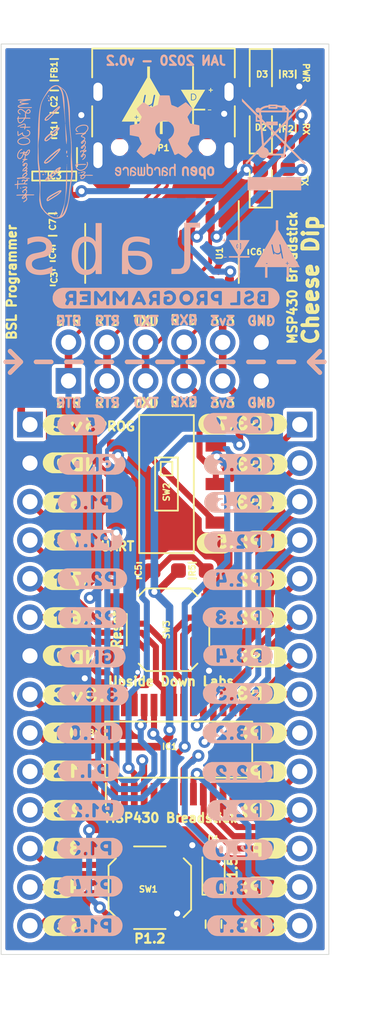
<source format=kicad_pcb>
(kicad_pcb (version 20171130) (host pcbnew 5.1.9-1.fc32)
  (layers (0 F.Cu signal) (31 B.Cu signal) (34 B.Paste user) (35 F.Paste user) (36 B.SilkS user) (37 F.SilkS user) (38 B.Mask user) (39 F.Mask user) (44 Edge.Cuts user))
  (net 0 "")
  (net 1 GND)
  (net 2 "Net-(D1-Pad1)")
  (net 3 "Net-(D2-Pad1)")
  (net 4 "Net-(D3-Pad1)")
  (net 5 P2.3)
  (net 6 "Net-(D4-Pad1)")
  (net 7 "Net-(FB1-Pad2)")
  (net 8 P1.0)
  (net 9 P1.1)
  (net 10 P1.2)
  (net 11 P1.3)
  (net 12 P1.4)
  (net 13 P1.5)
  (net 14 P3.1)
  (net 15 P3.0)
  (net 16 P2.0)
  (net 17 P2.1)
  (net 18 P2.2)
  (net 19 P3.2)
  (net 20 P3.3)
  (net 21 P3.4)
  (net 22 P2.4)
  (net 23 P2.5)
  (net 24 P3.5)
  (net 25 P3.6)
  (net 26 P3.7)
  (net 27 P1.6)
  (net 28 P1.7)
  (net 29 P2.7)
  (net 30 P2.6)
  (net 31 RXD)
  (net 32 D+)
  (net 33 D-)
  (net 34 TXD)
  (net 35 DTR)
  (net 36 RTS)
  (net 37 V3)
  (net 38 +5V)
  (net 39 +3V3)
  (net 40 "Net-(IC3-Pad4)")
  (net 41 "Net-(P1-PadB5)")
  (net 42 "Net-(P1-PadA5)")
  (net 43 "Net-(U1-Pad7)")
  (net 44 "Net-(U1-Pad8)")
  (net 45 "Net-(U1-Pad9)")
  (net 46 "Net-(U1-Pad10)")
  (net 47 "Net-(U1-Pad11)")
  (net 48 "Net-(U1-Pad12)")
  (net 49 "Net-(U1-Pad15)")
  (module Symbol:WEEE-Logo_4.2x6mm_SilkScreen (layer B.Cu) (at 153.15 63.075 180)
    (fp_text reference REF** hide)
    (fp_text value WEEE-Logo_4.2x6mm_SilkScreen hide)
  )
  (module Symbol:OSHW-Logo2_7.3x6mm_SilkScreen (layer B.Cu) (at 145.925 62.6 180)
    (fp_text reference REF** hide)
    (fp_text value OSHW-Logo2_7.3x6mm_SilkScreen hide)
  )
  (module udlabs:cheeseDip_small (layer B.Cu) (at 138.65 63.55)
    (fp_text reference G*** hide)
    (fp_text value LOGO hide)
  )
  (module buzzard_labels (layer B.Cu) (at 153.5 73.2 180)
    (fp_text reference "" (at 0 0) (layer B.SilkS) (effects (font (size 1.27 1.27)) (justify mirror)))
    (fp_text value "" (at 0 0) (layer B.SilkS) (effects (font (size 1.27 1.27)) (justify mirror)))
  )
  (module udlabs:udlabs_18.1x3.8 (layer B.Cu) (at 145.8 69.95 180)
    (fp_text reference G*** hide)
    (fp_text value LOGO hide)
  )
  (module udlabs:udlabs_6.0x4.5_LOGO_fs (layer F.Cu) (at 146.1 60.15)
    (fp_text reference G*** hide)
    (fp_text value LOGO hide)
  )
  (module buzzard_labels (layer F.Cu) (at 148.05 89.35)
    (fp_text reference "" (at 0 0) (layer F.SilkS) (effects (font (size 1.27 1.27))))
    (fp_text value "" (at 0 0) (layer F.SilkS) (effects (font (size 1.27 1.27))))
  )
  (module buzzard_labels (layer F.Cu) (at 148.15 81.5)
    (fp_text reference "" (at 0 0) (layer F.SilkS) (effects (font (size 1.27 1.27))))
    (fp_text value "" (at 0 0) (layer F.SilkS) (effects (font (size 1.27 1.27))))
  )
  (module buzzard_labels (layer F.Cu) (at 137.9 99.35)
    (fp_text reference "" (at 0 0) (layer F.SilkS) (effects (font (size 1.27 1.27))))
    (fp_text value "" (at 0 0) (layer F.SilkS) (effects (font (size 1.27 1.27))))
  )
  (module buzzard_labels (layer F.Cu) (at 137.9 96.75)
    (fp_text reference "" (at 0 0) (layer F.SilkS) (effects (font (size 1.27 1.27))))
    (fp_text value "" (at 0 0) (layer F.SilkS) (effects (font (size 1.27 1.27))))
  )
  (module buzzard_labels (layer F.Cu) (at 151.1 114.55)
    (fp_text reference "" (at 0 0) (layer F.SilkS) (effects (font (size 1.27 1.27))))
    (fp_text value "" (at 0 0) (layer F.SilkS) (effects (font (size 1.27 1.27))))
  )
  (module buzzard_labels (layer F.Cu) (at 151.1 112)
    (fp_text reference "" (at 0 0) (layer F.SilkS) (effects (font (size 1.27 1.27))))
    (fp_text value "" (at 0 0) (layer F.SilkS) (effects (font (size 1.27 1.27))))
  )
  (module buzzard_labels (layer F.Cu) (at 151.75 109.45)
    (fp_text reference "" (at 0 0) (layer F.SilkS) (effects (font (size 1.27 1.27))))
    (fp_text value "" (at 0 0) (layer F.SilkS) (effects (font (size 1.27 1.27))))
  )
  (module buzzard_labels (layer F.Cu) (at 151.05 106.95)
    (fp_text reference "" (at 0 0) (layer F.SilkS) (effects (font (size 1.27 1.27))))
    (fp_text value "" (at 0 0) (layer F.SilkS) (effects (font (size 1.27 1.27))))
  )
  (module buzzard_labels (layer F.Cu) (at 151.3 104.4)
    (fp_text reference "" (at 0 0) (layer F.SilkS) (effects (font (size 1.27 1.27))))
    (fp_text value "" (at 0 0) (layer F.SilkS) (effects (font (size 1.27 1.27))))
  )
  (module buzzard_labels (layer F.Cu) (at 151.1 101.85)
    (fp_text reference "" (at 0 0) (layer F.SilkS) (effects (font (size 1.27 1.27))))
    (fp_text value "" (at 0 0) (layer F.SilkS) (effects (font (size 1.27 1.27))))
  )
  (module buzzard_labels (layer F.Cu) (at 150.75 99.25)
    (fp_text reference "" (at 0 0) (layer F.SilkS) (effects (font (size 1.27 1.27))))
    (fp_text value "" (at 0 0) (layer F.SilkS) (effects (font (size 1.27 1.27))))
  )
  (module buzzard_labels (layer F.Cu) (at 151.05 96.85)
    (fp_text reference "" (at 0 0) (layer F.SilkS) (effects (font (size 1.27 1.27))))
    (fp_text value "" (at 0 0) (layer F.SilkS) (effects (font (size 1.27 1.27))))
  )
  (module buzzard_labels (layer F.Cu) (at 151.05 94.25)
    (fp_text reference "" (at 0 0) (layer F.SilkS) (effects (font (size 1.27 1.27))))
    (fp_text value "" (at 0 0) (layer F.SilkS) (effects (font (size 1.27 1.27))))
  )
  (module buzzard_labels (layer F.Cu) (at 151.05 91.75)
    (fp_text reference "" (at 0 0) (layer F.SilkS) (effects (font (size 1.27 1.27))))
    (fp_text value "" (at 0 0) (layer F.SilkS) (effects (font (size 1.27 1.27))))
  )
  (module buzzard_labels (layer F.Cu) (at 151.1 89.2)
    (fp_text reference "" (at 0 0) (layer F.SilkS) (effects (font (size 1.27 1.27))))
    (fp_text value "" (at 0 0) (layer F.SilkS) (effects (font (size 1.27 1.27))))
  )
  (module buzzard_labels (layer F.Cu) (at 150.75 86.65)
    (fp_text reference "" (at 0 0) (layer F.SilkS) (effects (font (size 1.27 1.27))))
    (fp_text value "" (at 0 0) (layer F.SilkS) (effects (font (size 1.27 1.27))))
  )
  (module buzzard_labels (layer F.Cu) (at 150.8 84.15)
    (fp_text reference "" (at 0 0) (layer F.SilkS) (effects (font (size 1.27 1.27))))
    (fp_text value "" (at 0 0) (layer F.SilkS) (effects (font (size 1.27 1.27))))
  )
  (module buzzard_labels (layer F.Cu) (at 150.8 81.5)
    (fp_text reference "" (at 0 0) (layer F.SilkS) (effects (font (size 1.27 1.27))))
    (fp_text value "" (at 0 0) (layer F.SilkS) (effects (font (size 1.27 1.27))))
  )
  (module buzzard_labels (layer F.Cu) (at 137.9 114.55)
    (fp_text reference "" (at 0 0) (layer F.SilkS) (effects (font (size 1.27 1.27))))
    (fp_text value "" (at 0 0) (layer F.SilkS) (effects (font (size 1.27 1.27))))
  )
  (module buzzard_labels (layer F.Cu) (at 137.9 112.05)
    (fp_text reference "" (at 0 0) (layer F.SilkS) (effects (font (size 1.27 1.27))))
    (fp_text value "" (at 0 0) (layer F.SilkS) (effects (font (size 1.27 1.27))))
  )
  (module buzzard_labels (layer F.Cu) (at 137.9 109.45)
    (fp_text reference "" (at 0 0) (layer F.SilkS) (effects (font (size 1.27 1.27))))
    (fp_text value "" (at 0 0) (layer F.SilkS) (effects (font (size 1.27 1.27))))
  )
  (module buzzard_labels (layer F.Cu) (at 137.9 106.95)
    (fp_text reference "" (at 0 0) (layer F.SilkS) (effects (font (size 1.27 1.27))))
    (fp_text value "" (at 0 0) (layer F.SilkS) (effects (font (size 1.27 1.27))))
  )
  (module buzzard_labels (layer F.Cu) (at 137.9 104.35)
    (fp_text reference "" (at 0 0) (layer F.SilkS) (effects (font (size 1.27 1.27))))
    (fp_text value "" (at 0 0) (layer F.SilkS) (effects (font (size 1.27 1.27))))
  )
  (module buzzard_labels (layer F.Cu) (at 137.9 101.85)
    (fp_text reference "" (at 0 0) (layer F.SilkS) (effects (font (size 1.27 1.27))))
    (fp_text value "" (at 0 0) (layer F.SilkS) (effects (font (size 1.27 1.27))))
  )
  (module buzzard_labels (layer F.Cu) (at 137.9 94.25)
    (fp_text reference "" (at 0 0) (layer F.SilkS) (effects (font (size 1.27 1.27))))
    (fp_text value "" (at 0 0) (layer F.SilkS) (effects (font (size 1.27 1.27))))
  )
  (module buzzard_labels (layer F.Cu) (at 137.9 91.75)
    (fp_text reference "" (at 0 0) (layer F.SilkS) (effects (font (size 1.27 1.27))))
    (fp_text value "" (at 0 0) (layer F.SilkS) (effects (font (size 1.27 1.27))))
  )
  (module buzzard_labels (layer F.Cu) (at 137.9 89.15)
    (fp_text reference "" (at 0 0) (layer F.SilkS) (effects (font (size 1.27 1.27))))
    (fp_text value "" (at 0 0) (layer F.SilkS) (effects (font (size 1.27 1.27))))
  )
  (module buzzard_labels (layer F.Cu) (at 137.9 86.65)
    (fp_text reference "" (at 0 0) (layer F.SilkS) (effects (font (size 1.27 1.27))))
    (fp_text value "" (at 0 0) (layer F.SilkS) (effects (font (size 1.27 1.27))))
  )
  (module buzzard_labels (layer F.Cu) (at 137.9 81.55)
    (fp_text reference "" (at 0 0) (layer F.SilkS) (effects (font (size 1.27 1.27))))
    (fp_text value "" (at 0 0) (layer F.SilkS) (effects (font (size 1.27 1.27))))
  )
  (module buzzard_labels (layer F.Cu) (at 137.9 84.05)
    (fp_text reference "" (at 0 0) (layer F.SilkS) (effects (font (size 1.27 1.27))))
    (fp_text value "" (at 0 0) (layer F.SilkS) (effects (font (size 1.27 1.27))))
  )
  (module buzzard_labels (layer B.Cu) (at 153.05 114.55 180)
    (fp_text reference "" (at 0 0) (layer B.SilkS) (effects (font (size 1.27 1.27)) (justify mirror)))
    (fp_text value "" (at 0 0) (layer B.SilkS) (effects (font (size 1.27 1.27)) (justify mirror)))
  )
  (module buzzard_labels (layer B.Cu) (at 153.05 112.05 180)
    (fp_text reference "" (at 0 0) (layer B.SilkS) (effects (font (size 1.27 1.27)) (justify mirror)))
    (fp_text value "" (at 0 0) (layer B.SilkS) (effects (font (size 1.27 1.27)) (justify mirror)))
  )
  (module buzzard_labels (layer B.Cu) (at 153.05 109.55 180)
    (fp_text reference "" (at 0 0) (layer B.SilkS) (effects (font (size 1.27 1.27)) (justify mirror)))
    (fp_text value "" (at 0 0) (layer B.SilkS) (effects (font (size 1.27 1.27)) (justify mirror)))
  )
  (module buzzard_labels (layer B.Cu) (at 153.05 106.95 180)
    (fp_text reference "" (at 0 0) (layer B.SilkS) (effects (font (size 1.27 1.27)) (justify mirror)))
    (fp_text value "" (at 0 0) (layer B.SilkS) (effects (font (size 1.27 1.27)) (justify mirror)))
  )
  (module buzzard_labels (layer B.Cu) (at 153.05 104.45 180)
    (fp_text reference "" (at 0 0) (layer B.SilkS) (effects (font (size 1.27 1.27)) (justify mirror)))
    (fp_text value "" (at 0 0) (layer B.SilkS) (effects (font (size 1.27 1.27)) (justify mirror)))
  )
  (module buzzard_labels (layer B.Cu) (at 153.05 101.85 180)
    (fp_text reference "" (at 0 0) (layer B.SilkS) (effects (font (size 1.27 1.27)) (justify mirror)))
    (fp_text value "" (at 0 0) (layer B.SilkS) (effects (font (size 1.27 1.27)) (justify mirror)))
  )
  (module buzzard_labels (layer B.Cu) (at 153.05 99.25 180)
    (fp_text reference "" (at 0 0) (layer B.SilkS) (effects (font (size 1.27 1.27)) (justify mirror)))
    (fp_text value "" (at 0 0) (layer B.SilkS) (effects (font (size 1.27 1.27)) (justify mirror)))
  )
  (module buzzard_labels (layer B.Cu) (at 153.05 96.75 180)
    (fp_text reference "" (at 0 0) (layer B.SilkS) (effects (font (size 1.27 1.27)) (justify mirror)))
    (fp_text value "" (at 0 0) (layer B.SilkS) (effects (font (size 1.27 1.27)) (justify mirror)))
  )
  (module buzzard_labels (layer B.Cu) (at 153.05 94.25 180)
    (fp_text reference "" (at 0 0) (layer B.SilkS) (effects (font (size 1.27 1.27)) (justify mirror)))
    (fp_text value "" (at 0 0) (layer B.SilkS) (effects (font (size 1.27 1.27)) (justify mirror)))
  )
  (module buzzard_labels (layer B.Cu) (at 153.05 91.75 180)
    (fp_text reference "" (at 0 0) (layer B.SilkS) (effects (font (size 1.27 1.27)) (justify mirror)))
    (fp_text value "" (at 0 0) (layer B.SilkS) (effects (font (size 1.27 1.27)) (justify mirror)))
  )
  (module buzzard_labels (layer B.Cu) (at 153.05 89.25 180)
    (fp_text reference "" (at 0 0) (layer B.SilkS) (effects (font (size 1.27 1.27)) (justify mirror)))
    (fp_text value "" (at 0 0) (layer B.SilkS) (effects (font (size 1.27 1.27)) (justify mirror)))
  )
  (module buzzard_labels (layer B.Cu) (at 153.05 86.65 180)
    (fp_text reference "" (at 0 0) (layer B.SilkS) (effects (font (size 1.27 1.27)) (justify mirror)))
    (fp_text value "" (at 0 0) (layer B.SilkS) (effects (font (size 1.27 1.27)) (justify mirror)))
  )
  (module buzzard_labels (layer B.Cu) (at 153.05 84.15 180)
    (fp_text reference "" (at 0 0) (layer B.SilkS) (effects (font (size 1.27 1.27)) (justify mirror)))
    (fp_text value "" (at 0 0) (layer B.SilkS) (effects (font (size 1.27 1.27)) (justify mirror)))
  )
  (module buzzard_labels (layer B.Cu) (at 153.05 81.45 180)
    (fp_text reference "" (at 0 0) (layer B.SilkS) (effects (font (size 1.27 1.27)) (justify mirror)))
    (fp_text value "" (at 0 0) (layer B.SilkS) (effects (font (size 1.27 1.27)) (justify mirror)))
  )
  (module buzzard_labels (layer B.Cu) (at 143.15 114.55 180)
    (fp_text reference "" (at 0 0) (layer B.SilkS) (effects (font (size 1.27 1.27)) (justify mirror)))
    (fp_text value "" (at 0 0) (layer B.SilkS) (effects (font (size 1.27 1.27)) (justify mirror)))
  )
  (module buzzard_labels (layer B.Cu) (at 143.15 111.95 180)
    (fp_text reference "" (at 0 0) (layer B.SilkS) (effects (font (size 1.27 1.27)) (justify mirror)))
    (fp_text value "" (at 0 0) (layer B.SilkS) (effects (font (size 1.27 1.27)) (justify mirror)))
  )
  (module buzzard_labels (layer B.Cu) (at 143.25 106.95 180)
    (fp_text reference "" (at 0 0) (layer B.SilkS) (effects (font (size 1.27 1.27)) (justify mirror)))
    (fp_text value "" (at 0 0) (layer B.SilkS) (effects (font (size 1.27 1.27)) (justify mirror)))
  )
  (module buzzard_labels (layer B.Cu) (at 143.15 109.45 180)
    (fp_text reference "" (at 0 0) (layer B.SilkS) (effects (font (size 1.27 1.27)) (justify mirror)))
    (fp_text value "" (at 0 0) (layer B.SilkS) (effects (font (size 1.27 1.27)) (justify mirror)))
  )
  (module buzzard_labels (layer B.Cu) (at 142.95 104.35 180)
    (fp_text reference "" (at 0 0) (layer B.SilkS) (effects (font (size 1.27 1.27)) (justify mirror)))
    (fp_text value "" (at 0 0) (layer B.SilkS) (effects (font (size 1.27 1.27)) (justify mirror)))
  )
  (module buzzard_labels (layer B.Cu) (at 143.15 101.85 180)
    (fp_text reference "" (at 0 0) (layer B.SilkS) (effects (font (size 1.27 1.27)) (justify mirror)))
    (fp_text value "" (at 0 0) (layer B.SilkS) (effects (font (size 1.27 1.27)) (justify mirror)))
  )
  (module buzzard_labels (layer B.Cu) (at 143.55 99.35 180)
    (fp_text reference "" (at 0 0) (layer B.SilkS) (effects (font (size 1.27 1.27)) (justify mirror)))
    (fp_text value "" (at 0 0) (layer B.SilkS) (effects (font (size 1.27 1.27)) (justify mirror)))
  )
  (module buzzard_labels (layer B.Cu) (at 143.45 94.25 180)
    (fp_text reference "" (at 0 0) (layer B.SilkS) (effects (font (size 1.27 1.27)) (justify mirror)))
    (fp_text value "" (at 0 0) (layer B.SilkS) (effects (font (size 1.27 1.27)) (justify mirror)))
  )
  (module buzzard_labels (layer B.Cu) (at 143.45 91.69 180)
    (fp_text reference "" (at 0 0) (layer B.SilkS) (effects (font (size 1.27 1.27)) (justify mirror)))
    (fp_text value "" (at 0 0) (layer B.SilkS) (effects (font (size 1.27 1.27)) (justify mirror)))
  )
  (module buzzard_labels (layer B.Cu) (at 143.15 89.15 180)
    (fp_text reference "" (at 0 0) (layer B.SilkS) (effects (font (size 1.27 1.27)) (justify mirror)))
    (fp_text value "" (at 0 0) (layer B.SilkS) (effects (font (size 1.27 1.27)) (justify mirror)))
  )
  (module buzzard_labels (layer B.Cu) (at 143.15 86.65 180)
    (fp_text reference "" (at 0 0) (layer B.SilkS) (effects (font (size 1.27 1.27)) (justify mirror)))
    (fp_text value "" (at 0 0) (layer B.SilkS) (effects (font (size 1.27 1.27)) (justify mirror)))
  )
  (module buzzard_labels (layer B.Cu) (at 142.05 81.55 180)
    (fp_text reference "" (at 0 0) (layer B.SilkS) (effects (font (size 1.27 1.27)) (justify mirror)))
    (fp_text value "" (at 0 0) (layer B.SilkS) (effects (font (size 1.27 1.27)) (justify mirror)))
  )
  (module buzzard_labels (layer B.Cu) (at 143.35 96.85 180)
    (fp_text reference "" (at 0 0) (layer B.SilkS) (effects (font (size 1.27 1.27)) (justify mirror)))
    (fp_text value "" (at 0 0) (layer B.SilkS) (effects (font (size 1.27 1.27)) (justify mirror)))
  )
  (module buzzard_labels (layer B.Cu) (at 143.35 84.15 180)
    (fp_text reference "" (at 0 0) (layer B.SilkS) (effects (font (size 1.27 1.27)) (justify mirror)))
    (fp_text value "" (at 0 0) (layer B.SilkS) (effects (font (size 1.27 1.27)) (justify mirror)))
  )
  (module Connector_PinHeader_2.54mm:PinHeader_1x14_P2.54mm_Vertical (layer F.Cu) (at 137.05 81.53)
    (fp_text reference J5 hide)
    (fp_text value Conn_01x14)
    (pad 14 thru_hole oval (at 0 33.02) (size 1.7 1.7) (drill 1) (layers *.Cu *.Mask) (net 13 P1.5))
    (pad 13 thru_hole oval (at 0 30.48) (size 1.7 1.7) (drill 1) (layers *.Cu *.Mask) (net 12 P1.4))
    (pad 12 thru_hole oval (at 0 27.94) (size 1.7 1.7) (drill 1) (layers *.Cu *.Mask) (net 11 P1.3))
    (pad 11 thru_hole oval (at 0 25.4) (size 1.7 1.7) (drill 1) (layers *.Cu *.Mask) (net 10 P1.2))
    (pad 10 thru_hole oval (at 0 22.86) (size 1.7 1.7) (drill 1) (layers *.Cu *.Mask) (net 9 P1.1))
    (pad 9 thru_hole oval (at 0 20.32) (size 1.7 1.7) (drill 1) (layers *.Cu *.Mask) (net 8 P1.0))
    (pad 8 thru_hole oval (at 0 17.78) (size 1.7 1.7) (drill 1) (layers *.Cu *.Mask) (net 39 +3V3))
    (pad 7 thru_hole oval (at 0 15.24) (size 1.7 1.7) (drill 1) (layers *.Cu *.Mask) (net 1 GND))
    (pad 6 thru_hole oval (at 0 12.7) (size 1.7 1.7) (drill 1) (layers *.Cu *.Mask) (net 30 P2.6))
    (pad 5 thru_hole oval (at 0 10.16) (size 1.7 1.7) (drill 1) (layers *.Cu *.Mask) (net 29 P2.7))
    (pad 4 thru_hole oval (at 0 7.62) (size 1.7 1.7) (drill 1) (layers *.Cu *.Mask) (net 28 P1.7))
    (pad 3 thru_hole oval (at 0 5.08) (size 1.7 1.7) (drill 1) (layers *.Cu *.Mask) (net 27 P1.6))
    (pad 2 thru_hole oval (at 0 2.54) (size 1.7 1.7) (drill 1) (layers *.Cu *.Mask) (net 1 GND))
    (pad 1 thru_hole rect (at 0 0) (size 1.7 1.7) (drill 1) (layers *.Cu *.Mask) (net 38 +5V))
  )
  (module Connector_PinHeader_2.54mm:PinHeader_1x14_P2.54mm_Vertical (layer F.Cu) (at 154.83 81.53)
    (fp_text reference J2 hide)
    (fp_text value Conn_01x14)
    (pad 14 thru_hole oval (at 0 33.02) (size 1.7 1.7) (drill 1) (layers *.Cu *.Mask) (net 14 P3.1))
    (pad 13 thru_hole oval (at 0 30.48) (size 1.7 1.7) (drill 1) (layers *.Cu *.Mask) (net 15 P3.0))
    (pad 12 thru_hole oval (at 0 27.94) (size 1.7 1.7) (drill 1) (layers *.Cu *.Mask) (net 16 P2.0))
    (pad 11 thru_hole oval (at 0 25.4) (size 1.7 1.7) (drill 1) (layers *.Cu *.Mask) (net 17 P2.1))
    (pad 10 thru_hole oval (at 0 22.86) (size 1.7 1.7) (drill 1) (layers *.Cu *.Mask) (net 18 P2.2))
    (pad 9 thru_hole oval (at 0 20.32) (size 1.7 1.7) (drill 1) (layers *.Cu *.Mask) (net 19 P3.2))
    (pad 8 thru_hole oval (at 0 17.78) (size 1.7 1.7) (drill 1) (layers *.Cu *.Mask) (net 20 P3.3))
    (pad 7 thru_hole oval (at 0 15.24) (size 1.7 1.7) (drill 1) (layers *.Cu *.Mask) (net 21 P3.4))
    (pad 6 thru_hole oval (at 0 12.7) (size 1.7 1.7) (drill 1) (layers *.Cu *.Mask) (net 5 P2.3))
    (pad 5 thru_hole oval (at 0 10.16) (size 1.7 1.7) (drill 1) (layers *.Cu *.Mask) (net 22 P2.4))
    (pad 4 thru_hole oval (at 0 7.62) (size 1.7 1.7) (drill 1) (layers *.Cu *.Mask) (net 23 P2.5))
    (pad 3 thru_hole oval (at 0 5.08) (size 1.7 1.7) (drill 1) (layers *.Cu *.Mask) (net 24 P3.5))
    (pad 2 thru_hole oval (at 0 2.54) (size 1.7 1.7) (drill 1) (layers *.Cu *.Mask) (net 25 P3.6))
    (pad 1 thru_hole rect (at 0 0) (size 1.7 1.7) (drill 1) (layers *.Cu *.Mask) (net 26 P3.7))
  )
  (module Capacitor_SMD:C_0603_1608Metric_Pad1.08x0.95mm_HandSolder (layer F.Cu) (at 138.55 70.25)
    (fp_text reference C4 (at 0 0 90) (layer F.SilkS) (effects (font (size 0.4 0.4) (thickness 0.1))))
    (fp_text value 100nF)
    (pad 2 smd roundrect (at 0.8625 0) (size 1.075 0.95) (layers F.Cu F.Paste F.Mask) (net 1 GND))
    (pad 1 smd roundrect (at -0.8625 0) (size 1.075 0.95) (layers F.Cu F.Paste F.Mask) (net 39 +3V3))
  )
  (module udlabs:progMSP (layer F.Cu) (at 139.59 78.65 90)
    (fp_text reference J1 hide)
    (fp_text value Conn_02x06_Counter_Clockwise)
    (pad 12 thru_hole oval (at 2.54 12.7 90) (size 1.7 1.7) (drill 1) (layers *.Cu *.Mask) (net 1 GND))
    (pad 11 thru_hole oval (at 0 12.7 90) (size 1.7 1.7) (drill 1) (layers *.Cu *.Mask) (net 1 GND))
    (pad 10 thru_hole oval (at 2.54 10.16 90) (size 1.7 1.7) (drill 1) (layers *.Cu *.Mask) (net 39 +3V3))
    (pad 9 thru_hole oval (at 0 10.16 90) (size 1.7 1.7) (drill 1) (layers *.Cu *.Mask) (net 39 +3V3))
    (pad 8 thru_hole oval (at 2.54 7.62 90) (size 1.7 1.7) (drill 1) (layers *.Cu *.Mask) (net 34 TXD))
    (pad 7 thru_hole oval (at 0 7.62 90) (size 1.7 1.7) (drill 1) (layers *.Cu *.Mask) (net 34 TXD))
    (pad 6 thru_hole oval (at 2.54 5.08 90) (size 1.7 1.7) (drill 1) (layers *.Cu *.Mask) (net 36 RTS))
    (pad 5 thru_hole oval (at 0 5.08 90) (size 1.7 1.7) (drill 1) (layers *.Cu *.Mask) (net 36 RTS))
    (pad 4 thru_hole oval (at 2.54 2.54 90) (size 1.7 1.7) (drill 1) (layers *.Cu *.Mask) (net 31 RXD))
    (pad 3 thru_hole oval (at 0 2.54 90) (size 1.7 1.7) (drill 1) (layers *.Cu *.Mask) (net 31 RXD))
    (pad 2 thru_hole oval (at 2.54 0 90) (size 1.7 1.7) (drill 1) (layers *.Cu *.Mask) (net 35 DTR))
    (pad 1 thru_hole rect (at 0 0 90) (size 1.7 1.7) (drill 1) (layers *.Cu *.Mask) (net 35 DTR))
  )
  (module Package_SO:SOIC-16_3.9x9.9mm_P1.27mm (layer F.Cu) (at 145.75 70.25 270)
    (fp_text reference U1 (at 0 -3.8 90) (layer F.SilkS) (effects (font (size 0.4 0.4) (thickness 0.1))))
    (fp_text value CH340C)
    (pad 1 smd roundrect (at -2.475 -4.445 270) (size 1.95 0.6) (layers F.Cu F.Paste F.Mask) (net 1 GND))
    (pad 2 smd roundrect (at -2.475 -3.175 270) (size 1.95 0.6) (layers F.Cu F.Paste F.Mask) (net 34 TXD))
    (pad 3 smd roundrect (at -2.475 -1.905 270) (size 1.95 0.6) (layers F.Cu F.Paste F.Mask) (net 31 RXD))
    (pad 4 smd roundrect (at -2.475 -0.635 270) (size 1.95 0.6) (layers F.Cu F.Paste F.Mask) (net 37 V3))
    (pad 5 smd roundrect (at -2.475 0.635 270) (size 1.95 0.6) (layers F.Cu F.Paste F.Mask) (net 32 D+))
    (pad 6 smd roundrect (at -2.475 1.905 270) (size 1.95 0.6) (layers F.Cu F.Paste F.Mask) (net 33 D-))
    (pad 7 smd roundrect (at -2.475 3.175 270) (size 1.95 0.6) (layers F.Cu F.Paste F.Mask) (net 43 "Net-(U1-Pad7)"))
    (pad 8 smd roundrect (at -2.475 4.445 270) (size 1.95 0.6) (layers F.Cu F.Paste F.Mask) (net 44 "Net-(U1-Pad8)"))
    (pad 9 smd roundrect (at 2.475 4.445 270) (size 1.95 0.6) (layers F.Cu F.Paste F.Mask) (net 45 "Net-(U1-Pad9)"))
    (pad 10 smd roundrect (at 2.475 3.175 270) (size 1.95 0.6) (layers F.Cu F.Paste F.Mask) (net 46 "Net-(U1-Pad10)"))
    (pad 11 smd roundrect (at 2.475 1.905 270) (size 1.95 0.6) (layers F.Cu F.Paste F.Mask) (net 47 "Net-(U1-Pad11)"))
    (pad 12 smd roundrect (at 2.475 0.635 270) (size 1.95 0.6) (layers F.Cu F.Paste F.Mask) (net 48 "Net-(U1-Pad12)"))
    (pad 13 smd roundrect (at 2.475 -0.635 270) (size 1.95 0.6) (layers F.Cu F.Paste F.Mask) (net 35 DTR))
    (pad 14 smd roundrect (at 2.475 -1.905 270) (size 1.95 0.6) (layers F.Cu F.Paste F.Mask) (net 36 RTS))
    (pad 15 smd roundrect (at 2.475 -3.175 270) (size 1.95 0.6) (layers F.Cu F.Paste F.Mask) (net 49 "Net-(U1-Pad15)"))
    (pad 16 smd roundrect (at 2.475 -4.445 270) (size 1.95 0.6) (layers F.Cu F.Paste F.Mask) (net 39 +3V3))
  )
  (module udlabs:SS-3235S-L3 (layer F.Cu) (at 146.05 85.45 90)
    (fp_text reference SW2 (at -1.2 0 90) (layer F.SilkS) (effects (font (size 0.4 0.4) (thickness 0.1)) (justify left)))
    (fp_text value SS-3235S-L3 hide)
    (pad 6 smd rect (at 2.54 3.25 180) (size 1.35 0.8) (layers F.Cu F.Paste F.Mask) (net 13 P1.5))
    (pad 5 smd rect (at 0 3.25 180) (size 1.35 0.8) (layers F.Cu F.Paste F.Mask) (net 34 TXD))
    (pad 4 smd rect (at -2.54 3.25 180) (size 1.35 0.8) (layers F.Cu F.Paste F.Mask) (net 9 P1.1))
    (pad 3 smd rect (at 2.54 -3.25 180) (size 1.35 0.8) (layers F.Cu F.Paste F.Mask) (net 9 P1.1))
    (pad 2 smd rect (at 0 -3.25 180) (size 1.35 0.8) (layers F.Cu F.Paste F.Mask) (net 31 RXD))
    (pad 1 smd rect (at -2.54 -3.25 180) (size 1.35 0.8) (layers F.Cu F.Paste F.Mask) (net 10 P1.2))
  )
  (module Capacitor_SMD:C_0603_1608Metric_Pad1.08x0.95mm_HandSolder (layer F.Cu) (at 140.9 101.85 90)
    (fp_text reference C8 (at 0 0 180) (layer F.SilkS) (effects (font (size 0.4 0.4) (thickness 0.1))))
    (fp_text value 100nF)
    (pad 2 smd roundrect (at 0.8625 0 90) (size 1.075 0.95) (layers F.Cu F.Paste F.Mask) (net 1 GND))
    (pad 1 smd roundrect (at -0.8625 0 90) (size 1.075 0.95) (layers F.Cu F.Paste F.Mask) (net 39 +3V3))
  )
  (module Capacitor_SMD:C_0603_1608Metric_Pad1.08x0.95mm_HandSolder (layer F.Cu) (at 138.55 71.85 180)
    (fp_text reference C3 (at -0.1 0 270) (layer F.SilkS) (effects (font (size 0.4 0.4) (thickness 0.1))))
    (fp_text value 100nF)
    (pad 2 smd roundrect (at 0.8625 0 180) (size 1.075 0.95) (layers F.Cu F.Paste F.Mask) (net 1 GND))
    (pad 1 smd roundrect (at -0.8625 0 180) (size 1.075 0.95) (layers F.Cu F.Paste F.Mask) (net 37 V3))
  )
  (module LED_SMD:LED_0603_1608Metric_Pad1.05x0.95mm_HandSolder (layer F.Cu) (at 149.15 110.85 90)
    (fp_text reference D1 (at 2 0) (layer F.SilkS) (effects (font (size 0.4 0.4) (thickness 0.1))))
    (fp_text value "USR LED")
    (pad 1 smd roundrect (at -0.875 0 90) (size 1.05 0.95) (layers F.Cu F.Paste F.Mask) (net 2 "Net-(D1-Pad1)"))
    (pad 2 smd roundrect (at 0.875 0 90) (size 1.05 0.95) (layers F.Cu F.Paste F.Mask) (net 13 P1.5))
  )
  (module Resistor_SMD:R_0603_1608Metric_Pad0.98x0.95mm_HandSolder (layer F.Cu) (at 149.15 114.45 90)
    (fp_text reference R4 (at 0 0 180) (layer F.SilkS) (effects (font (size 0.4 0.4) (thickness 0.1))))
    (fp_text value 1k)
    (pad 1 smd roundrect (at -0.9125 0 90) (size 0.975 0.95) (layers F.Cu F.Paste F.Mask) (net 1 GND))
    (pad 2 smd roundrect (at 0.9125 0 90) (size 0.975 0.95) (layers F.Cu F.Paste F.Mask) (net 2 "Net-(D1-Pad1)"))
  )
  (module Capacitor_SMD:C_0603_1608Metric_Pad1.08x0.95mm_HandSolder (layer F.Cu) (at 151.95 70.15 270)
    (fp_text reference C6 (at 0 0) (layer F.SilkS) (effects (font (size 0.4 0.4) (thickness 0.1))))
    (fp_text value 100nF)
    (pad 2 smd roundrect (at 0.8625 0 270) (size 1.075 0.95) (layers F.Cu F.Paste F.Mask) (net 39 +3V3))
    (pad 1 smd roundrect (at -0.8625 0 270) (size 1.075 0.95) (layers F.Cu F.Paste F.Mask) (net 1 GND))
  )
  (module Capacitor_SMD:C_0603_1608Metric_Pad1.08x0.95mm_HandSolder (layer F.Cu) (at 144.25 91.15 180)
    (fp_text reference C5 (at 0.0495 0.01 270) (layer F.SilkS) (effects (font (size 0.4 0.4) (thickness 0.1))))
    (fp_text value 100nF)
    (pad 2 smd roundrect (at 0.8625 0 180) (size 1.075 0.95) (layers F.Cu F.Paste F.Mask) (net 1 GND))
    (pad 1 smd roundrect (at -0.8625 0 180) (size 1.075 0.95) (layers F.Cu F.Paste F.Mask) (net 35 DTR))
  )
  (module Capacitor_SMD:C_0603_1608Metric_Pad1.08x0.95mm_HandSolder (layer F.Cu) (at 138.65 62.15)
    (fp_text reference C1 (at 0 0 90) (layer F.SilkS) (effects (font (size 0.4 0.4) (thickness 0.1))))
    (fp_text value 100nF)
    (pad 2 smd roundrect (at 0.8625 0) (size 1.075 0.95) (layers F.Cu F.Paste F.Mask) (net 1 GND))
    (pad 1 smd roundrect (at -0.8625 0) (size 1.075 0.95) (layers F.Cu F.Paste F.Mask) (net 38 +5V))
  )
  (module Capacitor_SMD:C_0805_2012Metric_Pad1.18x1.45mm_HandSolder (layer F.Cu) (at 138.55 68.35 180)
    (fp_text reference C7 (at 0 0 90) (layer F.SilkS) (effects (font (size 0.4 0.4) (thickness 0.1))))
    (fp_text value 10uF)
    (pad 2 smd roundrect (at 1.0375 0 180) (size 1.175 1.45) (layers F.Cu F.Paste F.Mask) (roundrect_rratio 0.212766) (net 39 +3V3))
    (pad 1 smd roundrect (at -1.0375 0 180) (size 1.175 1.45) (layers F.Cu F.Paste F.Mask) (roundrect_rratio 0.212766) (net 1 GND))
  )
  (module Capacitor_SMD:C_0805_2012Metric_Pad1.18x1.45mm_HandSolder (layer F.Cu) (at 138.65 60.25 180)
    (fp_text reference C2 (at 0 0 90) (layer F.SilkS) (effects (font (size 0.4 0.4) (thickness 0.1))))
    (fp_text value 10uF)
    (pad 2 smd roundrect (at 1.0375 0 180) (size 1.175 1.45) (layers F.Cu F.Paste F.Mask) (roundrect_rratio 0.212766) (net 38 +5V))
    (pad 1 smd roundrect (at -1.0375 0 180) (size 1.175 1.45) (layers F.Cu F.Paste F.Mask) (roundrect_rratio 0.212766) (net 1 GND))
  )
  (module Resistor_SMD:R_0603_1608Metric_Pad0.98x0.95mm_HandSolder (layer F.Cu) (at 147.75 91.15 180)
    (fp_text reference R5 (at 0.006 0.01 90) (layer F.SilkS) (effects (font (size 0.4 0.4) (thickness 0.1))))
    (fp_text value 10k)
    (pad 2 smd roundrect (at 0.9125 0 180) (size 0.975 0.95) (layers F.Cu F.Paste F.Mask) (net 39 +3V3))
    (pad 1 smd roundrect (at -0.9125 0 180) (size 0.975 0.95) (layers F.Cu F.Paste F.Mask) (net 35 DTR))
  )
  (module Resistor_SMD:R_0603_1608Metric_Pad0.98x0.95mm_HandSolder (layer F.Cu) (at 154.044 58.442 90)
    (fp_text reference R3 (at -0.008 0.006 180) (layer F.SilkS) (effects (font (size 0.4 0.4) (thickness 0.1))))
    (fp_text value 1k)
    (pad 2 smd roundrect (at 0.9125 0 90) (size 0.975 0.95) (layers F.Cu F.Paste F.Mask) (net 4 "Net-(D3-Pad1)"))
    (pad 1 smd roundrect (at -0.9125 0 90) (size 0.975 0.95) (layers F.Cu F.Paste F.Mask) (net 1 GND))
  )
  (module Resistor_SMD:R_0603_1608Metric_Pad0.98x0.95mm_HandSolder (layer F.Cu) (at 154.044 62.006 270)
    (fp_text reference R2 (at 0.044 0 180) (layer F.SilkS) (effects (font (size 0.4 0.4) (thickness 0.1))))
    (fp_text value 1k)
    (pad 2 smd roundrect (at 0.9125 0 270) (size 0.975 0.95) (layers F.Cu F.Paste F.Mask) (net 3 "Net-(D2-Pad1)"))
    (pad 1 smd roundrect (at -0.9125 0 270) (size 0.975 0.95) (layers F.Cu F.Paste F.Mask) (net 31 RXD))
  )
  (module Resistor_SMD:R_0603_1608Metric_Pad0.98x0.95mm_HandSolder (layer F.Cu) (at 154.044 65.57 270)
    (fp_text reference R1 (at -0.02 -0.006 180) (layer F.SilkS) (effects (font (size 0.4 0.4) (thickness 0.1))))
    (fp_text value 1k)
    (pad 2 smd roundrect (at 0.9125 0 270) (size 0.975 0.95) (layers F.Cu F.Paste F.Mask) (net 6 "Net-(D4-Pad1)"))
    (pad 1 smd roundrect (at -0.9125 0 270) (size 0.975 0.95) (layers F.Cu F.Paste F.Mask) (net 34 TXD))
  )
  (module Button_Switch_SMD:SW_SPST_SKQG_WithStem (layer F.Cu) (at 146.15 95.05)
    (fp_text reference SW3 (at -0.1 0 90) (layer F.SilkS) (effects (font (size 0.4 0.4) (thickness 0.1))))
    (fp_text value SW_SPST)
    (pad 2 smd rect (at 3.1 1.85) (size 1.8 1.1) (layers F.Cu F.Paste F.Mask) (net 1 GND))
    (pad 2 smd rect (at -3.1 1.85) (size 1.8 1.1) (layers F.Cu F.Paste F.Mask) (net 1 GND))
    (pad 1 smd rect (at 3.1 -1.85) (size 1.8 1.1) (layers F.Cu F.Paste F.Mask) (net 35 DTR))
    (pad 1 smd rect (at -3.1 -1.85) (size 1.8 1.1) (layers F.Cu F.Paste F.Mask) (net 35 DTR))
  )
  (module Button_Switch_SMD:SW_SPST_SKQG_WithStem (layer F.Cu) (at 144.95 112.05 90)
    (fp_text reference SW1 (at -0.1 -0.1) (layer F.SilkS) (effects (font (size 0.4 0.4) (thickness 0.1))))
    (fp_text value SW_SPST)
    (pad 2 smd rect (at 3.1 1.85 90) (size 1.8 1.1) (layers F.Cu F.Paste F.Mask) (net 1 GND))
    (pad 2 smd rect (at -3.1 1.85 90) (size 1.8 1.1) (layers F.Cu F.Paste F.Mask) (net 1 GND))
    (pad 1 smd rect (at 3.1 -1.85 90) (size 1.8 1.1) (layers F.Cu F.Paste F.Mask) (net 10 P1.2))
    (pad 1 smd rect (at -3.1 -1.85 90) (size 1.8 1.1) (layers F.Cu F.Paste F.Mask) (net 10 P1.2))
  )
  (module Connector_USB:USB_C_Receptacle_HRO_TYPE-C-31-M-12 (layer F.Cu) (at 145.85 60.65 180)
    (fp_text reference P1 (at 0 -2.65) (layer F.SilkS) (effects (font (size 0.4 0.4) (thickness 0.1))))
    (fp_text value USB_C_Plug_USB2.0)
    (pad S1 thru_hole oval (at 4.32 1.05 180) (size 1 1.6) (drill oval 0.6 1.2) (layers *.Cu *.Mask) (net 1 GND))
    (pad "" np_thru_hole circle (at 2.89 -2.6 180) (size 0.65 0.65) (drill 0.65) (layers *.Cu *.Mask))
    (pad S1 thru_hole oval (at -4.32 1.05 180) (size 1 1.6) (drill oval 0.6 1.2) (layers *.Cu *.Mask) (net 1 GND))
    (pad "" np_thru_hole circle (at -2.89 -2.6 180) (size 0.65 0.65) (drill 0.65) (layers *.Cu *.Mask))
    (pad S1 thru_hole oval (at -4.32 -3.13 180) (size 1 2.1) (drill oval 0.6 1.7) (layers *.Cu *.Mask) (net 1 GND))
    (pad S1 thru_hole oval (at 4.32 -3.13 180) (size 1 2.1) (drill oval 0.6 1.7) (layers *.Cu *.Mask) (net 1 GND))
    (pad A6 smd rect (at -0.25 -4.045 180) (size 0.3 1.45) (layers F.Cu F.Paste F.Mask) (net 32 D+))
    (pad B5 smd rect (at 1.75 -4.045 180) (size 0.3 1.45) (layers F.Cu F.Paste F.Mask) (net 41 "Net-(P1-PadB5)"))
    (pad A8 smd rect (at 1.25 -4.045 180) (size 0.3 1.45) (layers F.Cu F.Paste F.Mask))
    (pad B6 smd rect (at 0.75 -4.045 180) (size 0.3 1.45) (layers F.Cu F.Paste F.Mask))
    (pad A7 smd rect (at 0.25 -4.045 180) (size 0.3 1.45) (layers F.Cu F.Paste F.Mask) (net 33 D-))
    (pad B7 smd rect (at -0.75 -4.045 180) (size 0.3 1.45) (layers F.Cu F.Paste F.Mask))
    (pad A5 smd rect (at -1.25 -4.045 180) (size 0.3 1.45) (layers F.Cu F.Paste F.Mask) (net 42 "Net-(P1-PadA5)"))
    (pad B8 smd rect (at -1.75 -4.045 180) (size 0.3 1.45) (layers F.Cu F.Paste F.Mask))
    (pad A12 smd rect (at 3.25 -4.045 180) (size 0.6 1.45) (layers F.Cu F.Paste F.Mask) (net 1 GND))
    (pad B4 smd rect (at 2.45 -4.045 180) (size 0.6 1.45) (layers F.Cu F.Paste F.Mask) (net 7 "Net-(FB1-Pad2)"))
    (pad A4 smd rect (at -2.45 -4.045 180) (size 0.6 1.45) (layers F.Cu F.Paste F.Mask) (net 7 "Net-(FB1-Pad2)"))
    (pad A1 smd rect (at -3.25 -4.045 180) (size 0.6 1.45) (layers F.Cu F.Paste F.Mask) (net 1 GND))
    (pad B12 smd rect (at -3.25 -4.045 180) (size 0.6 1.45) (layers F.Cu F.Paste F.Mask) (net 1 GND))
    (pad B9 smd rect (at -2.45 -4.045 180) (size 0.6 1.45) (layers F.Cu F.Paste F.Mask) (net 7 "Net-(FB1-Pad2)"))
    (pad A9 smd rect (at 2.45 -4.045 180) (size 0.6 1.45) (layers F.Cu F.Paste F.Mask) (net 7 "Net-(FB1-Pad2)"))
    (pad B1 smd rect (at 3.25 -4.045 180) (size 0.6 1.45) (layers F.Cu F.Paste F.Mask) (net 1 GND))
  )
  (module udlabs:TLV74033PDBVR (layer F.Cu) (at 138.65 65.15 270)
    (fp_text reference IC3 (at 0 0) (layer F.SilkS) (effects (font (size 0.4 0.4) (thickness 0.1))))
    (fp_text value "TLV74033PDBVR / ME6211" hide)
    (pad 5 smd rect (at 1.25 -0.95) (size 0.6 1.2) (layers F.Cu F.Paste F.Mask) (net 39 +3V3))
    (pad 4 smd rect (at 1.25 0.95) (size 0.6 1.2) (layers F.Cu F.Paste F.Mask) (net 40 "Net-(IC3-Pad4)"))
    (pad 3 smd rect (at -1.25 0.95) (size 0.6 1.2) (layers F.Cu F.Paste F.Mask) (net 38 +5V))
    (pad 2 smd rect (at -1.25 0) (size 0.6 1.2) (layers F.Cu F.Paste F.Mask) (net 1 GND))
    (pad 1 smd rect (at -1.25 -0.95) (size 0.6 1.2) (layers F.Cu F.Paste F.Mask) (net 38 +5V))
  )
  (module udlabs:MSP430G2553IPW28 (layer F.Cu) (at 146.85 102.95 90)
    (fp_text reference IC1 (at 0.2 -0.6) (layer F.SilkS) (effects (font (size 0.4 0.4) (thickness 0.1))))
    (fp_text value MSP430G2553IPW28 hide)
    (pad 1 smd rect (at -2.938 -4.225 180) (size 0.45 1.475) (layers F.Cu F.Paste F.Mask) (net 39 +3V3))
    (pad 2 smd rect (at -2.938 -3.575 180) (size 0.45 1.475) (layers F.Cu F.Paste F.Mask) (net 8 P1.0))
    (pad 3 smd rect (at -2.938 -2.925 180) (size 0.45 1.475) (layers F.Cu F.Paste F.Mask) (net 9 P1.1))
    (pad 4 smd rect (at -2.938 -2.275 180) (size 0.45 1.475) (layers F.Cu F.Paste F.Mask) (net 10 P1.2))
    (pad 5 smd rect (at -2.938 -1.625 180) (size 0.45 1.475) (layers F.Cu F.Paste F.Mask) (net 11 P1.3))
    (pad 6 smd rect (at -2.938 -0.975 180) (size 0.45 1.475) (layers F.Cu F.Paste F.Mask) (net 12 P1.4))
    (pad 7 smd rect (at -2.938 -0.325 180) (size 0.45 1.475) (layers F.Cu F.Paste F.Mask) (net 13 P1.5))
    (pad 8 smd rect (at -2.938 0.325 180) (size 0.45 1.475) (layers F.Cu F.Paste F.Mask) (net 14 P3.1))
    (pad 9 smd rect (at -2.938 0.975 180) (size 0.45 1.475) (layers F.Cu F.Paste F.Mask) (net 15 P3.0))
    (pad 10 smd rect (at -2.938 1.625 180) (size 0.45 1.475) (layers F.Cu F.Paste F.Mask) (net 16 P2.0))
    (pad 11 smd rect (at -2.938 2.275 180) (size 0.45 1.475) (layers F.Cu F.Paste F.Mask) (net 17 P2.1))
    (pad 12 smd rect (at -2.938 2.925 180) (size 0.45 1.475) (layers F.Cu F.Paste F.Mask) (net 18 P2.2))
    (pad 13 smd rect (at -2.938 3.575 180) (size 0.45 1.475) (layers F.Cu F.Paste F.Mask) (net 19 P3.2))
    (pad 14 smd rect (at -2.938 4.225 180) (size 0.45 1.475) (layers F.Cu F.Paste F.Mask) (net 20 P3.3))
    (pad 15 smd rect (at 2.938 4.225 180) (size 0.45 1.475) (layers F.Cu F.Paste F.Mask) (net 21 P3.4))
    (pad 16 smd rect (at 2.938 3.575 180) (size 0.45 1.475) (layers F.Cu F.Paste F.Mask) (net 5 P2.3))
    (pad 17 smd rect (at 2.938 2.925 180) (size 0.45 1.475) (layers F.Cu F.Paste F.Mask) (net 22 P2.4))
    (pad 18 smd rect (at 2.938 2.275 180) (size 0.45 1.475) (layers F.Cu F.Paste F.Mask) (net 23 P2.5))
    (pad 19 smd rect (at 2.938 1.625 180) (size 0.45 1.475) (layers F.Cu F.Paste F.Mask) (net 24 P3.5))
    (pad 20 smd rect (at 2.938 0.975 180) (size 0.45 1.475) (layers F.Cu F.Paste F.Mask) (net 25 P3.6))
    (pad 21 smd rect (at 2.938 0.325 180) (size 0.45 1.475) (layers F.Cu F.Paste F.Mask) (net 26 P3.7))
    (pad 22 smd rect (at 2.938 -0.325 180) (size 0.45 1.475) (layers F.Cu F.Paste F.Mask) (net 27 P1.6))
    (pad 23 smd rect (at 2.938 -0.975 180) (size 0.45 1.475) (layers F.Cu F.Paste F.Mask) (net 28 P1.7))
    (pad 24 smd rect (at 2.938 -1.625 180) (size 0.45 1.475) (layers F.Cu F.Paste F.Mask) (net 35 DTR))
    (pad 25 smd rect (at 2.938 -2.275 180) (size 0.45 1.475) (layers F.Cu F.Paste F.Mask) (net 36 RTS))
    (pad 26 smd rect (at 2.938 -2.925 180) (size 0.45 1.475) (layers F.Cu F.Paste F.Mask) (net 29 P2.7))
    (pad 27 smd rect (at 2.938 -3.575 180) (size 0.45 1.475) (layers F.Cu F.Paste F.Mask) (net 30 P2.6))
    (pad 28 smd rect (at 2.938 -4.225 180) (size 0.45 1.475) (layers F.Cu F.Paste F.Mask) (net 1 GND))
  )
  (module Inductor_SMD:L_0805_2012Metric_Pad1.15x1.40mm_HandSolder (layer F.Cu) (at 138.65 58.15)
    (fp_text reference FB1 (at 0 0 90) (layer F.SilkS) (effects (font (size 0.4 0.4) (thickness 0.1))))
    (fp_text value Ferrite_Bead_Small)
    (pad 2 smd roundrect (at 1.025 0) (size 1.15 1.4) (layers F.Cu F.Paste F.Mask) (roundrect_rratio 0.217391) (net 7 "Net-(FB1-Pad2)"))
    (pad 1 smd roundrect (at -1.025 0) (size 1.15 1.4) (layers F.Cu F.Paste F.Mask) (roundrect_rratio 0.217391) (net 38 +5V))
  )
  (module LED_SMD:LED_0603_1608Metric_Pad1.05x0.95mm_HandSolder (layer F.Cu) (at 152.266 58.442 270)
    (fp_text reference D3 (at 0.008 -0.084 180) (layer F.SilkS) (effects (font (size 0.4 0.4) (thickness 0.1))))
    (fp_text value "PWR LED")
    (pad 2 smd roundrect (at 0.875 0 270) (size 1.05 0.95) (layers F.Cu F.Paste F.Mask) (net 39 +3V3))
    (pad 1 smd roundrect (at -0.875 0 270) (size 1.05 0.95) (layers F.Cu F.Paste F.Mask) (net 4 "Net-(D3-Pad1)"))
  )
  (module LED_SMD:LED_0603_1608Metric_Pad1.05x0.95mm_HandSolder (layer F.Cu) (at 152.266 62.006 90)
    (fp_text reference D2 (at 0.056 0 180) (layer F.SilkS) (effects (font (size 0.4 0.4) (thickness 0.1))))
    (fp_text value "RX LED")
    (pad 2 smd roundrect (at 0.875 0 90) (size 1.05 0.95) (layers F.Cu F.Paste F.Mask) (net 39 +3V3))
    (pad 1 smd roundrect (at -0.875 0 90) (size 1.05 0.95) (layers F.Cu F.Paste F.Mask) (net 3 "Net-(D2-Pad1)"))
  )
  (module LED_SMD:LED_0603_1608Metric_Pad1.05x0.95mm_HandSolder (layer F.Cu) (at 152.266 65.57 90)
    (fp_text reference D4 (at 0.02 -0.016 180) (layer F.SilkS) (effects (font (size 0.4 0.4) (thickness 0.1))))
    (fp_text value "TX LED")
    (pad 2 smd roundrect (at 0.875 0 90) (size 1.05 0.95) (layers F.Cu F.Paste F.Mask) (net 39 +3V3))
    (pad 1 smd roundrect (at -0.875 0 90) (size 1.05 0.95) (layers F.Cu F.Paste F.Mask) (net 6 "Net-(D4-Pad1)"))
  )
  (gr_text "BSL Programmer" (at 135.85 72.15 90) (layer F.SilkS) (effects (font (size 0.6 0.6))))
  (gr_text "MSP430 Breadstick" (at 154.35 71.85 90) (layer F.SilkS) (effects (font (size 0.6 0.6))))
  (gr_text P1.5 (at 150.4 111.05 90) (layer F.SilkS) (effects (font (size 0.6 0.6))))
  (gr_text P1.2 (at 144.95 115.4) (layer F.SilkS) (effects (font (size 0.6 0.6))))
  (gr_text Reset (at 142.75 95.05 90) (layer F.SilkS) (effects (font (size 0.6 0.6))))
  (gr_line (start 135.73934 78.11066) (end 136.446447 77.403553) (layer B.SilkS) (width 0.3))
  (gr_line (start 136.446447 77.403553) (end 135.73934 76.696446) (layer B.SilkS) (width 0.3))
  (gr_line (start 155.45 77.4) (end 156.157107 76.692893) (layer B.SilkS) (width 0.3))
  (gr_line (start 155.45 77.4) (end 156.157107 78.107107) (layer B.SilkS) (width 0.3))
  (gr_line (start 155.45 77.4) (end 156.157107 78.107107) (layer F.SilkS) (width 0.3))
  (gr_line (start 135.73934 76.68934) (end 136.446447 77.396447) (layer F.SilkS) (width 0.3))
  (gr_line (start 136.446447 77.396447) (end 135.73934 78.103554) (layer F.SilkS) (width 0.3))
  (gr_line (start 155.45 77.4) (end 156.157107 76.692893) (layer F.SilkS) (width 0.3))
  (gr_text "MSP430 Breadstick" (at 146.35 107.45) (layer F.SilkS) (effects (font (size 0.6 0.6))))
  (gr_text "Upside Down Labs" (at 146.35 98.45) (layer F.SilkS) (effects (font (size 0.6 0.6))))
  (gr_text "JAN 2020 - v0.2" (at 146 57.55) (layer B.SilkS) (effects (font (size 0.6 0.6)) (justify mirror)))
  (gr_text "Cheese Dip" (at 155.55 72 90) (layer F.SilkS) (effects (font (size 1 1) (thickness 0.25))))
  (gr_text GND (at 152.3 80.1) (layer B.SilkS) (effects (font (size 0.6 0.6)) (justify mirror)))
  (gr_text 3v3 (at 149.75 80.1) (layer B.SilkS) (effects (font (size 0.6 0.6)) (justify mirror)))
  (gr_text RXD (at 147.2 80.05) (layer B.SilkS) (effects (font (size 0.6 0.6)) (justify mirror)))
  (gr_text TXD (at 144.7 80.1) (layer B.SilkS) (effects (font (size 0.6 0.6)) (justify mirror)))
  (gr_text RTS (at 142.15 80.1) (layer B.SilkS) (effects (font (size 0.6 0.6)) (justify mirror)))
  (gr_text DTR (at 139.6 80.1) (layer B.SilkS) (effects (font (size 0.6 0.6)) (justify mirror)))
  (gr_text GND (at 152.3 74.7) (layer B.SilkS) (effects (font (size 0.6 0.6)) (justify mirror)))
  (gr_text 3v3 (at 149.75 74.7) (layer B.SilkS) (effects (font (size 0.6 0.6)) (justify mirror)))
  (gr_text RXD (at 147.2 74.65) (layer B.SilkS) (effects (font (size 0.6 0.6)) (justify mirror)))
  (gr_text TXD (at 144.7 74.7) (layer B.SilkS) (effects (font (size 0.6 0.6)) (justify mirror)))
  (gr_text RTS (at 142.15 74.7) (layer B.SilkS) (effects (font (size 0.6 0.6)) (justify mirror)))
  (gr_text DTR (at 139.6 74.7) (layer B.SilkS) (effects (font (size 0.6 0.6)) (justify mirror)))
  (gr_text RTS (at 142.15 74.7) (layer F.SilkS) (effects (font (size 0.6 0.6))))
  (gr_text GND (at 152.3 74.7) (layer F.SilkS) (effects (font (size 0.6 0.6))))
  (gr_text RXD (at 147.2 74.65) (layer F.SilkS) (effects (font (size 0.6 0.6))))
  (gr_text DTR (at 139.6 74.7) (layer F.SilkS) (effects (font (size 0.6 0.6))))
  (gr_text TXD (at 144.7 74.7) (layer F.SilkS) (effects (font (size 0.6 0.6))))
  (gr_text 3v3 (at 149.75 74.7) (layer F.SilkS) (effects (font (size 0.6 0.6))))
  (gr_text GND (at 152.3 80.1) (layer F.SilkS) (effects (font (size 0.6 0.6))))
  (gr_text 3v3 (at 149.75 80.1) (layer F.SilkS) (effects (font (size 0.6 0.6))))
  (gr_text RXD (at 147.2 80.05) (layer F.SilkS) (effects (font (size 0.6 0.6))))
  (gr_text TXD (at 144.7 80.1) (layer F.SilkS) (effects (font (size 0.6 0.6))))
  (gr_text RTS (at 142.15 80.1) (layer F.SilkS) (effects (font (size 0.6 0.6))))
  (gr_text DTR (at 139.6 80.1) (layer F.SilkS) (effects (font (size 0.6 0.6))))
  (gr_text UART (at 142.8 89.55) (layer F.SilkS) (effects (font (size 0.6 0.6))))
  (gr_text PROG (at 142.75 81.65) (layer F.SilkS) (effects (font (size 0.6 0.6))))
  (gr_line (start 149.45 77.4) (end 150.45 77.4) (layer B.SilkS) (width 0.3))
  (gr_line (start 135.45 77.4) (end 136.45 77.4) (layer B.SilkS) (width 0.3))
  (gr_line (start 143.45 77.4) (end 144.45 77.4) (layer B.SilkS) (width 0.3))
  (gr_line (start 137.45 77.4) (end 138.45 77.4) (layer B.SilkS) (width 0.3))
  (gr_line (start 147.45 77.4) (end 148.45 77.4) (layer B.SilkS) (width 0.3))
  (gr_line (start 145.45 77.4) (end 146.45 77.4) (layer B.SilkS) (width 0.3))
  (gr_line (start 153.45 77.4) (end 154.45 77.4) (layer B.SilkS) (width 0.3))
  (gr_line (start 155.45 77.4) (end 156.45 77.4) (layer B.SilkS) (width 0.3))
  (gr_line (start 141.45 77.4) (end 142.45 77.4) (layer B.SilkS) (width 0.3))
  (gr_line (start 139.45 77.4) (end 140.45 77.4) (layer B.SilkS) (width 0.3))
  (gr_line (start 151.45 77.4) (end 152.45 77.4) (layer B.SilkS) (width 0.3))
  (gr_line (start 155.45 77.4) (end 156.45 77.4) (layer F.SilkS) (width 0.3))
  (gr_line (start 153.45 77.4) (end 154.45 77.4) (layer F.SilkS) (width 0.3))
  (gr_line (start 151.45 77.4) (end 152.45 77.4) (layer F.SilkS) (width 0.3))
  (gr_line (start 149.45 77.4) (end 150.45 77.4) (layer F.SilkS) (width 0.3))
  (gr_line (start 147.45 77.4) (end 148.45 77.4) (layer F.SilkS) (width 0.3))
  (gr_line (start 145.45 77.4) (end 146.45 77.4) (layer F.SilkS) (width 0.3))
  (gr_line (start 143.45 77.4) (end 144.45 77.4) (layer F.SilkS) (width 0.3))
  (gr_line (start 141.45 77.4) (end 142.45 77.4) (layer F.SilkS) (width 0.3))
  (gr_line (start 139.45 77.4) (end 140.45 77.4) (layer F.SilkS) (width 0.3))
  (gr_line (start 137.45 77.4) (end 138.45 77.4) (layer F.SilkS) (width 0.3))
  (gr_line (start 135.45 77.4) (end 136.45 77.4) (layer F.SilkS) (width 0.3))
  (gr_line (start 156.75 116.45) (end 156.75 56.45) (layer Edge.Cuts) (width 0.05))
  (gr_line (start 135.15 56.45) (end 135.15 116.45) (layer Edge.Cuts) (width 0.05))
  (gr_line (start 135.15 56.45) (end 156.75 56.45) (layer Edge.Cuts) (width 0.05))
  (gr_line (start 135.15 116.45) (end 156.75 116.45) (layer Edge.Cuts) (width 0.05))
  (gr_text PWR (at 155.25 58.35 270) (layer F.SilkS) (effects (font (size 0.4 0.4) (thickness 0.1))))
  (gr_text RX (at 155.25 62.05 270) (layer F.SilkS) (effects (font (size 0.4 0.4) (thickness 0.1))))
  (gr_text TX (at 155.15 65.45 270) (layer F.SilkS) (effects (font (size 0.4 0.4) (thickness 0.1))))
  (segment (start 138.65 63.0125) (end 139.5125 62.15) (width 0.5) (layer F.Cu) (net 1))
  (segment (start 138.65 63.9) (end 138.65 63.0125) (width 0.5) (layer F.Cu) (net 1))
  (segment (start 139.6875 61.975) (end 139.5125 62.15) (width 0.5) (layer F.Cu) (net 1))
  (segment (start 139.6875 60.25) (end 139.6875 61.975) (width 0.5) (layer F.Cu) (net 1))
  (segment (start 150.015 63.78) (end 149.1 64.695) (width 0.5) (layer F.Cu) (net 1))
  (segment (start 150.17 63.78) (end 150.015 63.78) (width 0.5) (layer F.Cu) (net 1))
  (segment (start 141.685 63.78) (end 142.6 64.695) (width 0.5) (layer F.Cu) (net 1))
  (segment (start 141.53 63.78) (end 141.685 63.78) (width 0.5) (layer F.Cu) (net 1))
  (segment (start 140.88 60.25) (end 141.53 59.6) (width 0.5) (layer F.Cu) (net 1))
  (segment (start 139.6875 60.25) (end 140.88 60.25) (width 0.5) (layer F.Cu) (net 1))
  (segment (start 137.8125 71.85) (end 139.4125 70.25) (width 0.5) (layer F.Cu) (net 1))
  (segment (start 137.6875 71.85) (end 137.8125 71.85) (width 0.5) (layer F.Cu) (net 1))
  (segment (start 139.4125 68.525) (end 139.5875 68.35) (width 0.5) (layer F.Cu) (net 1))
  (segment (start 139.4125 70.25) (end 139.4125 68.525) (width 0.5) (layer F.Cu) (net 1))
  (segment (start 150.17 63.532998) (end 150.17 63.78) (width 0.5) (layer F.Cu) (net 1))
  (segment (start 149.112001 62.474999) (end 150.17 63.532998) (width 0.5) (layer F.Cu) (net 1))
  (segment (start 142.285001 62.474999) (end 149.112001 62.474999) (width 0.5) (layer F.Cu) (net 1))
  (segment (start 141.53 63.23) (end 142.285001 62.474999) (width 0.5) (layer F.Cu) (net 1))
  (segment (start 141.53 63.78) (end 141.53 63.23) (width 0.5) (layer F.Cu) (net 1))
  (segment (start 153.139999 70.477499) (end 151.95 69.2875) (width 0.5) (layer F.Cu) (net 1))
  (segment (start 153.139999 75.260001) (end 153.139999 70.477499) (width 0.5) (layer F.Cu) (net 1))
  (segment (start 152.29 76.11) (end 153.139999 75.260001) (width 0.5) (layer F.Cu) (net 1))
  (segment (start 151.7075 69.2875) (end 150.195 67.775) (width 0.5) (layer F.Cu) (net 1))
  (segment (start 151.95 69.2875) (end 151.7075 69.2875) (width 0.5) (layer F.Cu) (net 1))
  (segment (start 139.4125 70.25) (end 140.17501 70.25) (width 0.25) (layer F.Cu) (net 1))
  (segment (start 150.195 67.398232) (end 150.195 67.775) (width 0.25) (layer F.Cu) (net 1))
  (segment (start 149.271758 66.47499) (end 150.195 67.398232) (width 0.25) (layer F.Cu) (net 1))
  (segment (start 146.038242 66.47499) (end 149.271758 66.47499) (width 0.25) (layer F.Cu) (net 1))
  (segment (start 145.75999 66.753242) (end 146.038242 66.47499) (width 0.25) (layer F.Cu) (net 1))
  (segment (start 145.75999 68.776778) (end 145.75999 66.753242) (width 0.25) (layer F.Cu) (net 1))
  (segment (start 145.386768 69.15) (end 145.75999 68.776778) (width 0.25) (layer F.Cu) (net 1))
  (segment (start 141.27501 69.15) (end 145.386768 69.15) (width 0.25) (layer F.Cu) (net 1))
  (segment (start 140.17501 70.25) (end 141.27501 69.15) (width 0.25) (layer F.Cu) (net 1))
  (segment (start 150.195 65.79) (end 150.195 67.775) (width 0.5) (layer F.Cu) (net 1))
  (segment (start 149.1 64.695) (end 150.195 65.79) (width 0.5) (layer F.Cu) (net 1))
  (via (at 140.435717 61.135717) (size 0.8) (drill 0.4) (layers F.Cu B.Cu) (net 1))
  (segment (start 139.6875 60.3875) (end 140.435717 61.135717) (width 0.5) (layer F.Cu) (net 1))
  (segment (start 139.6875 60.25) (end 139.6875 60.3875) (width 0.5) (layer F.Cu) (net 1))
  (segment (start 140.435717 62.685717) (end 141.53 63.78) (width 0.5) (layer B.Cu) (net 1))
  (segment (start 140.435717 61.135717) (end 140.435717 62.685717) (width 0.5) (layer B.Cu) (net 1))
  (via (at 149.85 61.05) (size 0.8) (drill 0.4) (layers F.Cu B.Cu) (net 1))
  (segment (start 150.17 60.73) (end 149.85 61.05) (width 0.5) (layer B.Cu) (net 1))
  (segment (start 150.17 59.6) (end 150.17 60.73) (width 0.5) (layer B.Cu) (net 1))
  (segment (start 149.85 63.46) (end 150.17 63.78) (width 0.5) (layer F.Cu) (net 1))
  (segment (start 149.85 61.05) (end 149.85 63.46) (width 0.5) (layer F.Cu) (net 1))
  (segment (start 138.350001 82.769999) (end 137.05 84.07) (width 0.5) (layer F.Cu) (net 1))
  (segment (start 138.350001 80.319999) (end 138.350001 82.769999) (width 0.5) (layer F.Cu) (net 1))
  (segment (start 137.6875 79.657498) (end 138.350001 80.319999) (width 0.5) (layer F.Cu) (net 1))
  (segment (start 137.6875 71.85) (end 137.6875 79.657498) (width 0.5) (layer F.Cu) (net 1))
  (segment (start 137.13 96.85) (end 137.05 96.77) (width 0.4) (layer B.Cu) (net 1))
  (segment (start 142.575499 99.9875) (end 142.599999 100.012) (width 0.5) (layer F.Cu) (net 1))
  (segment (start 137.05 96.77) (end 137.6325 96.77) (width 0.5) (layer F.Cu) (net 1))
  (segment (start 148.8375 115.05) (end 149.15 115.3625) (width 0.4) (layer F.Cu) (net 1))
  (segment (start 146.8 115.05) (end 148.8375 115.05) (width 0.4) (layer F.Cu) (net 1))
  (via (at 146.75 113.75) (size 0.8) (drill 0.4) (layers F.Cu B.Cu) (net 1))
  (segment (start 146.8 113.8) (end 146.75 113.75) (width 0.4) (layer F.Cu) (net 1))
  (segment (start 146.8 115.05) (end 146.8 113.8) (width 0.4) (layer F.Cu) (net 1))
  (via (at 147.75 109.25) (size 0.8) (drill 0.4) (layers F.Cu B.Cu) (net 1))
  (segment (start 147.75 112.75) (end 147.75 109.25) (width 0.4) (layer B.Cu) (net 1))
  (segment (start 146.75 113.75) (end 147.75 112.75) (width 0.4) (layer B.Cu) (net 1))
  (segment (start 147.2 109.25) (end 146.8 108.85) (width 0.4) (layer F.Cu) (net 1))
  (segment (start 147.75 109.25) (end 147.2 109.25) (width 0.4) (layer F.Cu) (net 1))
  (segment (start 143.3875 91.15) (end 141.95 91.15) (width 0.5) (layer F.Cu) (net 1))
  (segment (start 141.95 91.15) (end 140.75 89.95) (width 0.5) (layer F.Cu) (net 1))
  (segment (start 140.75 87.77) (end 137.05 84.07) (width 0.5) (layer F.Cu) (net 1))
  (segment (start 140.75 89.95) (end 140.75 87.77) (width 0.5) (layer F.Cu) (net 1))
  (via (at 148.85 97.75) (size 0.8) (drill 0.4) (layers F.Cu B.Cu) (net 1))
  (segment (start 149.25 97.35) (end 148.85 97.75) (width 0.4) (layer F.Cu) (net 1))
  (segment (start 149.25 96.9) (end 149.25 97.35) (width 0.4) (layer F.Cu) (net 1))
  (segment (start 152.29 76.11) (end 152.29 78.65) (width 0.5) (layer F.Cu) (net 1))
  (segment (start 140.9 100.62) (end 140.9 100.9875) (width 0.5) (layer F.Cu) (net 1))
  (segment (start 137.05 96.77) (end 140.9 100.62) (width 0.5) (layer F.Cu) (net 1))
  (segment (start 141.624499 100.9875) (end 142.599999 100.012) (width 0.5) (layer F.Cu) (net 1))
  (segment (start 140.9 100.9875) (end 141.624499 100.9875) (width 0.5) (layer F.Cu) (net 1))
  (via (at 140.660001 98.25) (size 0.8) (drill 0.4) (layers F.Cu B.Cu) (net 1))
  (segment (start 140.9 98.5) (end 140.55 98.15) (width 0.4) (layer F.Cu) (net 1))
  (segment (start 140.9 100.9875) (end 140.9 98.5) (width 0.4) (layer F.Cu) (net 1))
  (via (at 144.145 97.85) (size 0.41) (drill 0.3) (layers F.Cu B.Cu) (net 1))
  (segment (start 143.195 96.9) (end 144.145 97.85) (width 0.25) (layer F.Cu) (net 1))
  (segment (start 143.05 96.9) (end 143.195 96.9) (width 0.25) (layer F.Cu) (net 1))
  (segment (start 144.145 97.85) (end 144.145 93.395) (width 0.25) (layer B.Cu) (net 1))
  (segment (start 149.065009 81.874991) (end 152.29 78.65) (width 0.25) (layer B.Cu) (net 1))
  (segment (start 143.452007 81.874991) (end 149.065009 81.874991) (width 0.25) (layer B.Cu) (net 1))
  (segment (start 142.124999 83.201999) (end 143.452007 81.874991) (width 0.25) (layer B.Cu) (net 1))
  (segment (start 142.124999 83.898001) (end 142.124999 83.201999) (width 0.25) (layer B.Cu) (net 1))
  (segment (start 143.92499 85.697992) (end 142.124999 83.898001) (width 0.25) (layer B.Cu) (net 1))
  (segment (start 143.92499 93.17499) (end 143.92499 85.697992) (width 0.25) (layer B.Cu) (net 1))
  (segment (start 144.145 93.395) (end 143.92499 93.17499) (width 0.25) (layer B.Cu) (net 1))
  (segment (start 150.92499 95.67501) (end 148.85 97.75) (width 0.25) (layer B.Cu) (net 1))
  (segment (start 150.92499 89.772534) (end 150.92499 95.67501) (width 0.25) (layer B.Cu) (net 1))
  (segment (start 152.29 88.407524) (end 150.92499 89.772534) (width 0.25) (layer B.Cu) (net 1))
  (segment (start 152.29 78.65) (end 152.29 88.407524) (width 0.25) (layer B.Cu) (net 1))
  (via (at 154.8 59.25) (size 0.8) (drill 0.4) (layers F.Cu B.Cu) (net 1))
  (segment (start 154.6955 59.3545) (end 154.8 59.25) (width 0.45) (layer F.Cu) (net 1))
  (segment (start 154.044 59.3545) (end 154.6955 59.3545) (width 0.45) (layer F.Cu) (net 1))
  (segment (start 150.52 59.25) (end 150.17 59.6) (width 0.45) (layer B.Cu) (net 1))
  (segment (start 154.8 59.25) (end 150.52 59.25) (width 0.45) (layer B.Cu) (net 1))
  (segment (start 149.15 111.725) (end 149.15 113.5375) (width 0.5) (layer F.Cu) (net 2))
  (segment (start 154.0065 62.881) (end 154.044 62.9185) (width 0.5) (layer F.Cu) (net 3))
  (segment (start 152.266 62.881) (end 154.0065 62.881) (width 0.5) (layer F.Cu) (net 3))
  (segment (start 154.0065 57.567) (end 154.044 57.5295) (width 0.5) (layer F.Cu) (net 4))
  (segment (start 152.266 57.567) (end 154.0065 57.567) (width 0.5) (layer F.Cu) (net 4))
  (segment (start 150.425 98.635) (end 150.425 100.012) (width 0.4) (layer F.Cu) (net 5))
  (segment (start 154.83 94.23) (end 150.425 98.635) (width 0.4) (layer F.Cu) (net 5))
  (segment (start 154.0065 66.445) (end 154.044 66.4825) (width 0.5) (layer F.Cu) (net 6))
  (segment (start 152.266 66.445) (end 154.0065 66.445) (width 0.5) (layer F.Cu) (net 6))
  (segment (start 148.3 63.875002) (end 147.674998 63.25) (width 0.4) (layer F.Cu) (net 7))
  (segment (start 148.3 64.695) (end 148.3 63.875002) (width 0.4) (layer F.Cu) (net 7))
  (segment (start 144.033002 63.25) (end 143.4 63.883002) (width 0.4) (layer F.Cu) (net 7))
  (segment (start 143.4 63.883002) (end 143.4 64.695) (width 0.4) (layer F.Cu) (net 7))
  (segment (start 147.674998 63.25) (end 144.033002 63.25) (width 0.4) (layer F.Cu) (net 7))
  (segment (start 141.723517 58.15) (end 139.675 58.15) (width 0.5) (layer F.Cu) (net 7))
  (segment (start 142.48001 58.906493) (end 141.723517 58.15) (width 0.5) (layer F.Cu) (net 7))
  (segment (start 140.57999 62.193527) (end 142.48001 60.293507) (width 0.5) (layer F.Cu) (net 7))
  (segment (start 140.57999 64.723507) (end 140.57999 62.193527) (width 0.5) (layer F.Cu) (net 7))
  (segment (start 141.726484 65.870001) (end 140.57999 64.723507) (width 0.5) (layer F.Cu) (net 7))
  (segment (start 143.260001 65.870001) (end 141.726484 65.870001) (width 0.5) (layer F.Cu) (net 7))
  (segment (start 143.4 65.730002) (end 143.260001 65.870001) (width 0.5) (layer F.Cu) (net 7))
  (segment (start 142.48001 60.293507) (end 142.48001 58.906493) (width 0.5) (layer F.Cu) (net 7))
  (segment (start 143.4 64.695) (end 143.4 65.730002) (width 0.5) (layer F.Cu) (net 7))
  (segment (start 137.5 101.85) (end 137.05 101.85) (width 0.4) (layer F.Cu) (net 8))
  (segment (start 139.4 103.75) (end 137.5 101.85) (width 0.4) (layer F.Cu) (net 8))
  (segment (start 141.4 103.75) (end 139.4 103.75) (width 0.4) (layer F.Cu) (net 8))
  (segment (start 141.949989 104.299989) (end 141.4 103.75) (width 0.4) (layer F.Cu) (net 8))
  (segment (start 141.949989 106.895491) (end 141.949989 104.299989) (width 0.4) (layer F.Cu) (net 8))
  (segment (start 142.079999 107.025501) (end 141.949989 106.895491) (width 0.4) (layer F.Cu) (net 8))
  (segment (start 143.170001 107.025501) (end 142.079999 107.025501) (width 0.4) (layer F.Cu) (net 8))
  (segment (start 143.275 106.920502) (end 143.170001 107.025501) (width 0.4) (layer F.Cu) (net 8))
  (segment (start 143.275 105.888) (end 143.275 106.920502) (width 0.4) (layer F.Cu) (net 8))
  (segment (start 137.05 104.39) (end 140.79 104.39) (width 0.4) (layer F.Cu) (net 9))
  (segment (start 143.925 107.119044) (end 143.925 105.888) (width 0.4) (layer F.Cu) (net 9))
  (segment (start 143.418534 107.62551) (end 143.925 107.119044) (width 0.4) (layer F.Cu) (net 9))
  (segment (start 141.831467 107.625511) (end 143.418534 107.62551) (width 0.4) (layer F.Cu) (net 9))
  (segment (start 141.34998 107.144024) (end 141.831467 107.625511) (width 0.4) (layer F.Cu) (net 9))
  (segment (start 141.349979 104.949979) (end 141.34998 107.144024) (width 0.4) (layer F.Cu) (net 9))
  (segment (start 140.79 104.39) (end 141.349979 104.949979) (width 0.4) (layer F.Cu) (net 9))
  (segment (start 144.22 82.91) (end 149.3 87.99) (width 0.4) (layer F.Cu) (net 9))
  (segment (start 142.8 82.91) (end 144.22 82.91) (width 0.4) (layer F.Cu) (net 9))
  (via (at 142.85 83.55) (size 0.8) (drill 0.4) (layers F.Cu B.Cu) (net 9))
  (segment (start 142.8 83.5) (end 142.85 83.55) (width 0.4) (layer F.Cu) (net 9))
  (segment (start 142.8 82.91) (end 142.8 83.5) (width 0.4) (layer F.Cu) (net 9))
  (via (at 143.55 104.15) (size 0.8) (drill 0.4) (layers F.Cu B.Cu) (net 9))
  (segment (start 142.85 83.55) (end 143.55 84.25) (width 0.4) (layer B.Cu) (net 9))
  (segment (start 143.925 104.525) (end 143.925 105.888) (width 0.4) (layer F.Cu) (net 9))
  (segment (start 143.55 104.15) (end 143.925 104.525) (width 0.4) (layer F.Cu) (net 9))
  (segment (start 144.750001 93.234003) (end 144.45 92.934002) (width 0.4) (layer B.Cu) (net 9))
  (segment (start 144.750001 98.140401) (end 144.750001 93.234003) (width 0.4) (layer B.Cu) (net 9))
  (segment (start 143.55 99.340402) (end 144.750001 98.140401) (width 0.4) (layer B.Cu) (net 9))
  (segment (start 143.55 104.15) (end 143.55 99.340402) (width 0.4) (layer B.Cu) (net 9))
  (segment (start 144.45 85.15) (end 143.55 84.25) (width 0.4) (layer B.Cu) (net 9))
  (segment (start 144.45 92.934002) (end 144.45 85.15) (width 0.4) (layer B.Cu) (net 9))
  (segment (start 137.05 106.93) (end 140.287416 106.93) (width 0.4) (layer F.Cu) (net 10))
  (segment (start 142.207416 108.85) (end 143.1 108.85) (width 0.4) (layer F.Cu) (net 10))
  (segment (start 144.575 107.375) (end 144.575 105.888) (width 0.4) (layer F.Cu) (net 10))
  (segment (start 143.1 108.85) (end 144.575 107.375) (width 0.4) (layer F.Cu) (net 10))
  (via (at 141.65 113.35) (size 0.8) (drill 0.4) (layers F.Cu B.Cu) (net 10))
  (segment (start 143.1 114.8) (end 141.65 113.35) (width 0.4) (layer F.Cu) (net 10))
  (segment (start 143.1 115.15) (end 143.1 114.8) (width 0.4) (layer F.Cu) (net 10))
  (via (at 140.95 108.25) (size 0.8) (drill 0.4) (layers F.Cu B.Cu) (net 10))
  (segment (start 140.95 112.65) (end 140.95 108.25) (width 0.4) (layer B.Cu) (net 10))
  (segment (start 141.65 113.35) (end 140.95 112.65) (width 0.4) (layer B.Cu) (net 10))
  (segment (start 141.45 108.25) (end 141.528708 108.171292) (width 0.4) (layer F.Cu) (net 10))
  (segment (start 140.95 108.25) (end 141.45 108.25) (width 0.4) (layer F.Cu) (net 10))
  (segment (start 141.528708 108.171292) (end 142.207416 108.85) (width 0.4) (layer F.Cu) (net 10))
  (segment (start 140.287416 106.93) (end 141.528708 108.171292) (width 0.4) (layer F.Cu) (net 10))
  (via (at 142.75 88.65) (size 0.8) (drill 0.4) (layers F.Cu B.Cu) (net 10))
  (segment (start 142.8 88.6) (end 142.75 88.65) (width 0.4) (layer F.Cu) (net 10))
  (segment (start 142.8 87.99) (end 142.8 88.6) (width 0.4) (layer F.Cu) (net 10))
  (via (at 144.45 103.65) (size 0.8) (drill 0.4) (layers F.Cu B.Cu) (net 10))
  (segment (start 144.575 103.775) (end 144.45 103.65) (width 0.4) (layer F.Cu) (net 10))
  (segment (start 144.575 105.888) (end 144.575 103.775) (width 0.4) (layer F.Cu) (net 10))
  (segment (start 143.165999 104.950001) (end 142.75 104.534002) (width 0.4) (layer B.Cu) (net 10))
  (segment (start 143.934001 104.950001) (end 143.165999 104.950001) (width 0.4) (layer B.Cu) (net 10))
  (segment (start 144.45 104.434002) (end 143.934001 104.950001) (width 0.4) (layer B.Cu) (net 10))
  (segment (start 144.45 103.65) (end 144.45 104.434002) (width 0.4) (layer B.Cu) (net 10))
  (segment (start 142.75 104.534002) (end 142.75 93.55) (width 0.4) (layer B.Cu) (net 10))
  (segment (start 142.75 93.55) (end 142.75 88.65) (width 0.4) (layer B.Cu) (net 10))
  (segment (start 145.249999 107.548543) (end 144.050001 108.748541) (width 0.4) (layer F.Cu) (net 11))
  (segment (start 144.050001 110.070001) (end 143.570002 110.55) (width 0.4) (layer F.Cu) (net 11))
  (segment (start 144.050001 108.748541) (end 144.050001 110.070001) (width 0.4) (layer F.Cu) (net 11))
  (segment (start 138.13 110.55) (end 137.05 109.47) (width 0.4) (layer F.Cu) (net 11))
  (segment (start 143.570002 110.55) (end 138.13 110.55) (width 0.4) (layer F.Cu) (net 11))
  (segment (start 145.225 107.325) (end 145.225 105.888) (width 0.4) (layer F.Cu) (net 11))
  (segment (start 145.249999 107.349999) (end 145.225 107.325) (width 0.4) (layer F.Cu) (net 11))
  (segment (start 145.249999 107.548543) (end 145.249999 107.349999) (width 0.4) (layer F.Cu) (net 11))
  (segment (start 137.05 112.01) (end 138.89 112.01) (width 0.4) (layer F.Cu) (net 12))
  (segment (start 144.650011 110.318533) (end 144.650011 108.997073) (width 0.4) (layer F.Cu) (net 12))
  (segment (start 139.74999 111.15001) (end 143.818535 111.150009) (width 0.4) (layer F.Cu) (net 12))
  (segment (start 143.818535 111.150009) (end 144.650011 110.318533) (width 0.4) (layer F.Cu) (net 12))
  (segment (start 138.89 112.01) (end 139.74999 111.15001) (width 0.4) (layer F.Cu) (net 12))
  (segment (start 145.875 107.772084) (end 145.875 105.888) (width 0.4) (layer F.Cu) (net 12))
  (segment (start 144.650011 108.997073) (end 145.875 107.772084) (width 0.4) (layer F.Cu) (net 12))
  (segment (start 137.05 114.55) (end 137.75 114.55) (width 0.4) (layer F.Cu) (net 13))
  (segment (start 140.549982 111.750018) (end 144.349982 111.750018) (width 0.4) (layer F.Cu) (net 13))
  (segment (start 137.75 114.55) (end 140.549982 111.750018) (width 0.4) (layer F.Cu) (net 13))
  (segment (start 144.349982 111.750018) (end 145.75 110.35) (width 0.4) (layer F.Cu) (net 13))
  (segment (start 148.775 110.35) (end 149.15 109.975) (width 0.4) (layer F.Cu) (net 13))
  (segment (start 145.75 110.35) (end 148.775 110.35) (width 0.4) (layer F.Cu) (net 13))
  (segment (start 149.15 109.975) (end 149.15 109.149999) (width 0.4) (layer F.Cu) (net 13))
  (segment (start 149.15 109.149999) (end 147.550001 107.55) (width 0.4) (layer F.Cu) (net 13))
  (segment (start 146.95 107.55) (end 146.55 107.15) (width 0.4) (layer F.Cu) (net 13))
  (segment (start 147.550001 107.55) (end 146.95 107.55) (width 0.4) (layer F.Cu) (net 13))
  (segment (start 146.525 107.025) (end 146.525 105.888) (width 0.4) (layer F.Cu) (net 13))
  (segment (start 146.55 107.05) (end 146.525 107.025) (width 0.4) (layer F.Cu) (net 13))
  (segment (start 146.55 107.15) (end 146.55 107.05) (width 0.4) (layer F.Cu) (net 13))
  (segment (start 150.050001 84.250001) (end 149.85 84.05) (width 0.4) (layer B.Cu) (net 13))
  (segment (start 150.050001 90.541457) (end 150.050001 84.250001) (width 0.4) (layer B.Cu) (net 13))
  (segment (start 147.249999 93.341459) (end 150.050001 90.541457) (width 0.4) (layer B.Cu) (net 13))
  (segment (start 147.249999 102.750001) (end 147.249999 93.341459) (width 0.4) (layer B.Cu) (net 13))
  (segment (start 146.525 103.475) (end 147.249999 102.750001) (width 0.4) (layer F.Cu) (net 13))
  (via (at 147.249999 102.750001) (size 0.8) (drill 0.4) (layers F.Cu B.Cu) (net 13))
  (segment (start 146.525 105.888) (end 146.525 103.475) (width 0.4) (layer F.Cu) (net 13))
  (via (at 149.363185 83.636815) (size 0.8) (drill 0.4) (layers F.Cu B.Cu) (net 13))
  (segment (start 149.3 83.57363) (end 149.363185 83.636815) (width 0.4) (layer F.Cu) (net 13))
  (segment (start 149.3 82.91) (end 149.3 83.57363) (width 0.4) (layer F.Cu) (net 13))
  (segment (start 149.77637 84.05) (end 149.85 84.05) (width 0.4) (layer B.Cu) (net 13))
  (segment (start 149.363185 83.636815) (end 149.77637 84.05) (width 0.4) (layer B.Cu) (net 13))
  (via (at 148.15 103.35) (size 0.8) (drill 0.4) (layers F.Cu B.Cu) (net 14))
  (segment (start 148.065998 103.35) (end 148.15 103.35) (width 0.4) (layer F.Cu) (net 14))
  (segment (start 147.175 104.240998) (end 148.065998 103.35) (width 0.4) (layer F.Cu) (net 14))
  (segment (start 147.175 105.888) (end 147.175 104.240998) (width 0.4) (layer F.Cu) (net 14))
  (segment (start 150.85 111.165998) (end 150.85 113.05) (width 0.4) (layer B.Cu) (net 14))
  (segment (start 147.249999 107.565997) (end 150.85 111.165998) (width 0.4) (layer B.Cu) (net 14))
  (segment (start 147.249999 104.165999) (end 147.249999 107.565997) (width 0.4) (layer B.Cu) (net 14))
  (segment (start 147.665999 103.749999) (end 147.249999 104.165999) (width 0.4) (layer B.Cu) (net 14))
  (segment (start 147.750001 103.749999) (end 147.665999 103.749999) (width 0.4) (layer B.Cu) (net 14))
  (segment (start 148.15 103.35) (end 147.750001 103.749999) (width 0.4) (layer B.Cu) (net 14))
  (segment (start 152.35 114.55) (end 154.83 114.55) (width 0.4) (layer B.Cu) (net 14))
  (segment (start 150.85 113.05) (end 152.35 114.55) (width 0.4) (layer B.Cu) (net 14))
  (via (at 148.05 104.55) (size 0.8) (drill 0.4) (layers F.Cu B.Cu) (net 15))
  (segment (start 147.825 104.775) (end 148.05 104.55) (width 0.4) (layer F.Cu) (net 15))
  (segment (start 147.825 105.888) (end 147.825 104.775) (width 0.4) (layer F.Cu) (net 15))
  (segment (start 148.05 104.55) (end 151.45001 107.95001) (width 0.4) (layer B.Cu) (net 15))
  (segment (start 151.45001 107.95001) (end 151.45001 111.15001) (width 0.4) (layer B.Cu) (net 15))
  (segment (start 152.31 112.01) (end 154.83 112.01) (width 0.4) (layer B.Cu) (net 15))
  (segment (start 151.45001 111.15001) (end 152.31 112.01) (width 0.4) (layer B.Cu) (net 15))
  (segment (start 150.428874 109.47) (end 154.83 109.47) (width 0.4) (layer F.Cu) (net 16))
  (segment (start 148.499999 107.541125) (end 150.428874 109.47) (width 0.4) (layer F.Cu) (net 16))
  (segment (start 148.499999 105.899999) (end 148.499999 107.541125) (width 0.4) (layer F.Cu) (net 16))
  (segment (start 148.488 105.888) (end 148.499999 105.899999) (width 0.4) (layer F.Cu) (net 16))
  (segment (start 148.475 105.888) (end 148.488 105.888) (width 0.4) (layer F.Cu) (net 16))
  (segment (start 152.247066 108.650018) (end 153.25002 107.647064) (width 0.4) (layer F.Cu) (net 17))
  (segment (start 150.457435 108.650019) (end 152.247066 108.650018) (width 0.4) (layer F.Cu) (net 17))
  (segment (start 149.125 107.317584) (end 150.457435 108.650019) (width 0.4) (layer F.Cu) (net 17))
  (segment (start 149.125 105.888) (end 149.125 107.317584) (width 0.4) (layer F.Cu) (net 17))
  (segment (start 154.112936 107.647064) (end 154.83 106.93) (width 0.4) (layer F.Cu) (net 17))
  (segment (start 153.25002 107.647064) (end 154.112936 107.647064) (width 0.4) (layer F.Cu) (net 17))
  (segment (start 151.998533 108.050009) (end 152.65001 107.398532) (width 0.4) (layer F.Cu) (net 18))
  (segment (start 150.705966 108.05001) (end 151.998533 108.050009) (width 0.4) (layer F.Cu) (net 18))
  (segment (start 149.775 107.119044) (end 150.705966 108.05001) (width 0.4) (layer F.Cu) (net 18))
  (segment (start 149.775 105.888) (end 149.775 107.119044) (width 0.4) (layer F.Cu) (net 18))
  (segment (start 152.65001 106.56999) (end 154.83 104.39) (width 0.4) (layer F.Cu) (net 18))
  (segment (start 152.65001 107.398532) (end 152.65001 106.56999) (width 0.4) (layer F.Cu) (net 18))
  (segment (start 150.425 106.920502) (end 150.954498 107.45) (width 0.4) (layer F.Cu) (net 19))
  (segment (start 150.425 105.888) (end 150.425 106.920502) (width 0.4) (layer F.Cu) (net 19))
  (segment (start 150.954498 107.45) (end 151.75 107.45) (width 0.4) (layer F.Cu) (net 19))
  (segment (start 151.75 107.45) (end 152.05 107.15) (width 0.4) (layer F.Cu) (net 19))
  (segment (start 152.05 107.15) (end 152.05 102.95) (width 0.4) (layer F.Cu) (net 19))
  (segment (start 153.15 101.85) (end 154.83 101.85) (width 0.4) (layer F.Cu) (net 19))
  (segment (start 152.05 102.95) (end 153.15 101.85) (width 0.4) (layer F.Cu) (net 19))
  (segment (start 151.075 105.888) (end 151.075 101.825) (width 0.4) (layer F.Cu) (net 20))
  (segment (start 153.59 99.31) (end 154.83 99.31) (width 0.4) (layer F.Cu) (net 20))
  (segment (start 151.075 101.825) (end 153.59 99.31) (width 0.4) (layer F.Cu) (net 20))
  (segment (start 151.588 100.012) (end 154.83 96.77) (width 0.4) (layer F.Cu) (net 21))
  (segment (start 151.075 100.012) (end 151.588 100.012) (width 0.4) (layer F.Cu) (net 21))
  (segment (start 153.579999 92.940001) (end 154.83 91.69) (width 0.4) (layer F.Cu) (net 22))
  (segment (start 153.579999 94.631459) (end 153.579999 92.940001) (width 0.4) (layer F.Cu) (net 22))
  (segment (start 149.775 98.436458) (end 153.579999 94.631459) (width 0.4) (layer F.Cu) (net 22))
  (segment (start 149.775 100.012) (end 149.775 98.436458) (width 0.4) (layer F.Cu) (net 22))
  (via (at 148.556139 102.436186) (size 0.8) (drill 0.4) (layers F.Cu B.Cu) (net 23))
  (segment (start 149.125 101.867325) (end 148.556139 102.436186) (width 0.4) (layer F.Cu) (net 23))
  (segment (start 149.125 100.012) (end 149.125 101.867325) (width 0.4) (layer F.Cu) (net 23))
  (segment (start 148.556139 102.436186) (end 152.75 98.242325) (width 0.4) (layer B.Cu) (net 23))
  (segment (start 152.75 91.23) (end 154.83 89.15) (width 0.4) (layer B.Cu) (net 23))
  (segment (start 152.75 98.242325) (end 152.75 91.23) (width 0.4) (layer B.Cu) (net 23))
  (segment (start 148.475 100.925) (end 148.05 101.35) (width 0.4) (layer F.Cu) (net 24))
  (via (at 148.05 101.35) (size 0.8) (drill 0.4) (layers F.Cu B.Cu) (net 24))
  (segment (start 148.475 100.012) (end 148.475 100.925) (width 0.4) (layer F.Cu) (net 24))
  (segment (start 148.05 101.35) (end 151.45 97.95) (width 0.4) (layer B.Cu) (net 24))
  (segment (start 151.45 89.99) (end 154.83 86.61) (width 0.4) (layer B.Cu) (net 24))
  (segment (start 151.45 97.95) (end 151.45 89.99) (width 0.4) (layer B.Cu) (net 24))
  (segment (start 147.812 100.012) (end 147.800001 100.000001) (width 0.4) (layer F.Cu) (net 25))
  (segment (start 147.800001 100.000001) (end 147.800001 98.240013) (width 0.4) (layer F.Cu) (net 25))
  (segment (start 147.825 100.012) (end 147.812 100.012) (width 0.4) (layer F.Cu) (net 25))
  (segment (start 147.800001 98.240013) (end 147.150038 97.59005) (width 0.4) (layer F.Cu) (net 25))
  (segment (start 147.150038 97.59005) (end 147.150038 95.398504) (width 0.4) (layer F.Cu) (net 25))
  (segment (start 150.598533 94.850009) (end 151.45001 93.998532) (width 0.4) (layer F.Cu) (net 25))
  (segment (start 147.698532 94.85001) (end 150.598533 94.850009) (width 0.4) (layer F.Cu) (net 25))
  (segment (start 147.150038 95.398504) (end 147.698532 94.85001) (width 0.4) (layer F.Cu) (net 25))
  (segment (start 151.45001 87.44999) (end 154.83 84.07) (width 0.4) (layer F.Cu) (net 25))
  (segment (start 151.45001 93.998532) (end 151.45001 87.44999) (width 0.4) (layer F.Cu) (net 25))
  (segment (start 150.85 85.51) (end 154.83 81.53) (width 0.4) (layer F.Cu) (net 26))
  (segment (start 150.85 93.75) (end 150.85 85.51) (width 0.4) (layer F.Cu) (net 26))
  (segment (start 150.35 94.25) (end 150.85 93.75) (width 0.4) (layer F.Cu) (net 26))
  (segment (start 147.45 94.25) (end 150.35 94.25) (width 0.4) (layer F.Cu) (net 26))
  (segment (start 146.550028 95.149972) (end 147.45 94.25) (width 0.4) (layer F.Cu) (net 26))
  (segment (start 146.550028 97.838582) (end 146.550028 95.149972) (width 0.4) (layer F.Cu) (net 26))
  (segment (start 147.175 98.463554) (end 146.550028 97.838582) (width 0.4) (layer F.Cu) (net 26))
  (segment (start 147.175 100.012) (end 147.175 98.463554) (width 0.4) (layer F.Cu) (net 26))
  (segment (start 146.500001 99.600001) (end 146.500001 98.72571) (width 0.4) (layer F.Cu) (net 27))
  (segment (start 146.525 99.625) (end 146.500001 99.600001) (width 0.4) (layer F.Cu) (net 27))
  (segment (start 146.525 100.012) (end 146.525 99.625) (width 0.4) (layer F.Cu) (net 27))
  (segment (start 146.500001 98.72571) (end 145.95002 98.175729) (width 0.4) (layer F.Cu) (net 27))
  (segment (start 145.95002 98.175729) (end 145.950019 95.932933) (width 0.4) (layer F.Cu) (net 27))
  (segment (start 144.667066 94.64998) (end 141.707064 94.64998) (width 0.4) (layer F.Cu) (net 27))
  (segment (start 145.950019 95.932933) (end 144.667066 94.64998) (width 0.4) (layer F.Cu) (net 27))
  (segment (start 139.55001 92.492926) (end 139.55001 89.11001) (width 0.4) (layer F.Cu) (net 27))
  (segment (start 139.55001 89.11001) (end 137.05 86.61) (width 0.4) (layer F.Cu) (net 27))
  (segment (start 141.707064 94.64998) (end 139.55001 92.492926) (width 0.4) (layer F.Cu) (net 27))
  (segment (start 145.875 100.012) (end 145.875 98.975) (width 0.4) (layer F.Cu) (net 28))
  (segment (start 145.875 98.975) (end 145.35001 98.45001) (width 0.4) (layer F.Cu) (net 28))
  (segment (start 145.35001 98.45001) (end 145.35001 96.181466) (width 0.4) (layer F.Cu) (net 28))
  (segment (start 145.35001 96.181466) (end 144.418534 95.24999) (width 0.4) (layer F.Cu) (net 28))
  (segment (start 144.418534 95.24999) (end 141.458532 95.24999) (width 0.4) (layer F.Cu) (net 28))
  (segment (start 141.458532 95.24999) (end 138.95 92.741458) (width 0.4) (layer F.Cu) (net 28))
  (segment (start 138.95 91.05) (end 137.05 89.15) (width 0.4) (layer F.Cu) (net 28))
  (segment (start 138.95 92.741458) (end 138.95 91.05) (width 0.4) (layer F.Cu) (net 28))
  (segment (start 137.05 91.69) (end 141.21 95.85) (width 0.4) (layer F.Cu) (net 29))
  (segment (start 141.21 95.85) (end 144.170002 95.85) (width 0.4) (layer F.Cu) (net 29))
  (segment (start 143.900001 99.987001) (end 143.925 100.012) (width 0.4) (layer F.Cu) (net 29))
  (segment (start 144.170002 95.85) (end 144.75 96.429998) (width 0.4) (layer F.Cu) (net 29))
  (segment (start 144.75 96.429998) (end 144.75 98.698542) (width 0.4) (layer F.Cu) (net 29))
  (segment (start 143.925 98.979498) (end 143.925 100.012) (width 0.4) (layer F.Cu) (net 29))
  (segment (start 144.205956 98.698542) (end 143.925 98.979498) (width 0.4) (layer F.Cu) (net 29))
  (segment (start 144.75 98.698542) (end 144.205956 98.698542) (width 0.4) (layer F.Cu) (net 29))
  (segment (start 140.849999 97.234001) (end 140.849999 96.465999) (width 0.4) (layer F.Cu) (net 30))
  (segment (start 141.470496 97.854498) (end 140.849999 97.234001) (width 0.4) (layer F.Cu) (net 30))
  (segment (start 142.15 97.854498) (end 141.470496 97.854498) (width 0.4) (layer F.Cu) (net 30))
  (segment (start 143.275 98.979498) (end 142.15 97.854498) (width 0.4) (layer F.Cu) (net 30))
  (segment (start 143.275 100.012) (end 143.275 98.979498) (width 0.4) (layer F.Cu) (net 30))
  (segment (start 138.614 94.23) (end 137.05 94.23) (width 0.4) (layer F.Cu) (net 30))
  (segment (start 140.849999 96.465999) (end 138.614 94.23) (width 0.4) (layer F.Cu) (net 30))
  (segment (start 147.655 67.775) (end 147.655 70.945) (width 0.25) (layer F.Cu) (net 31))
  (segment (start 143.305001 74.934999) (end 142.13 76.11) (width 0.25) (layer F.Cu) (net 31))
  (segment (start 145.821769 74.934999) (end 143.305001 74.934999) (width 0.25) (layer F.Cu) (net 31))
  (segment (start 147.01001 73.746758) (end 145.821769 74.934999) (width 0.25) (layer F.Cu) (net 31))
  (segment (start 147.01001 71.58999) (end 147.01001 73.746758) (width 0.25) (layer F.Cu) (net 31))
  (segment (start 147.655 70.945) (end 147.01001 71.58999) (width 0.25) (layer F.Cu) (net 31))
  (via (at 148.05 69.15) (size 0.8) (drill 0.4) (layers F.Cu B.Cu) (net 31))
  (segment (start 147.655 68.755) (end 148.05 69.15) (width 0.4) (layer F.Cu) (net 31))
  (segment (start 147.655 67.775) (end 147.655 68.755) (width 0.4) (layer F.Cu) (net 31))
  (segment (start 154.95 62.25) (end 154.95 61.15) (width 0.4) (layer B.Cu) (net 31))
  (via (at 154.95 61.15) (size 0.8) (drill 0.4) (layers F.Cu B.Cu) (net 31))
  (segment (start 148.05 69.15) (end 154.95 62.25) (width 0.4) (layer B.Cu) (net 31))
  (segment (start 154.1005 61.15) (end 154.044 61.0935) (width 0.4) (layer F.Cu) (net 31))
  (segment (start 154.95 61.15) (end 154.1005 61.15) (width 0.4) (layer F.Cu) (net 31))
  (segment (start 142.13 76.11) (end 142.13 78.65) (width 0.5) (layer F.Cu) (net 31))
  (segment (start 141.280001 83.930001) (end 142.8 85.45) (width 0.4) (layer F.Cu) (net 31))
  (segment (start 141.280001 79.499999) (end 141.280001 83.930001) (width 0.4) (layer F.Cu) (net 31))
  (segment (start 142.13 78.65) (end 141.280001 79.499999) (width 0.4) (layer F.Cu) (net 31))
  (segment (start 145.115 67.141397) (end 145.115 67.775) (width 0.2) (layer F.Cu) (net 32))
  (segment (start 145.115 66.797178) (end 145.115 67.141397) (width 0.2) (layer F.Cu) (net 32))
  (segment (start 146.075 65.837178) (end 145.115 66.797178) (width 0.2) (layer F.Cu) (net 32))
  (segment (start 146.075 65.807501) (end 146.075 65.837178) (width 0.2) (layer F.Cu) (net 32))
  (segment (start 146.1 65.782501) (end 146.075 65.807501) (width 0.2) (layer F.Cu) (net 32))
  (segment (start 146.1 64.695) (end 146.1 65.782501) (width 0.2) (layer F.Cu) (net 32))
  (segment (start 144.51499 67.10501) (end 143.845 67.775) (width 0.2) (layer F.Cu) (net 33))
  (segment (start 144.51499 66.760805) (end 144.51499 67.10501) (width 0.2) (layer F.Cu) (net 33))
  (segment (start 145.6 65.675795) (end 144.51499 66.760805) (width 0.2) (layer F.Cu) (net 33))
  (segment (start 145.6 64.695) (end 145.6 65.675795) (width 0.2) (layer F.Cu) (net 33))
  (segment (start 148.925 67.775) (end 148.925 70.875) (width 0.25) (layer F.Cu) (net 34))
  (segment (start 148.29999 75.02001) (end 147.21 76.11) (width 0.25) (layer F.Cu) (net 34))
  (segment (start 148.29999 71.50001) (end 148.29999 75.02001) (width 0.25) (layer F.Cu) (net 34))
  (segment (start 148.925 70.875) (end 148.29999 71.50001) (width 0.25) (layer F.Cu) (net 34))
  (via (at 149.35 69.15) (size 0.8) (drill 0.4) (layers F.Cu B.Cu) (net 34))
  (segment (start 148.925 68.725) (end 149.35 69.15) (width 0.4) (layer F.Cu) (net 34))
  (segment (start 148.925 67.775) (end 148.925 68.725) (width 0.4) (layer F.Cu) (net 34))
  (segment (start 149.35 69.15) (end 153.75 64.75) (width 0.4) (layer B.Cu) (net 34))
  (via (at 154.95 64.75) (size 0.8) (drill 0.4) (layers F.Cu B.Cu) (net 34))
  (segment (start 153.75 64.75) (end 154.95 64.75) (width 0.4) (layer B.Cu) (net 34))
  (segment (start 154.1365 64.75) (end 154.044 64.6575) (width 0.4) (layer F.Cu) (net 34))
  (segment (start 154.95 64.75) (end 154.1365 64.75) (width 0.4) (layer F.Cu) (net 34))
  (segment (start 147.21 76.11) (end 147.21 78.65) (width 0.5) (layer F.Cu) (net 34))
  (segment (start 147.21 78.65) (end 148.224999 79.664999) (width 0.4) (layer F.Cu) (net 34))
  (segment (start 148.224999 83.630001) (end 149.3 84.705002) (width 0.4) (layer F.Cu) (net 34))
  (segment (start 149.3 84.705002) (end 149.3 85.45) (width 0.4) (layer F.Cu) (net 34))
  (segment (start 148.224999 79.664999) (end 148.224999 83.630001) (width 0.4) (layer F.Cu) (net 34))
  (segment (start 148.6625 92.6125) (end 149.25 93.2) (width 0.4) (layer F.Cu) (net 35))
  (segment (start 148.6625 91.15) (end 148.6625 92.6125) (width 0.4) (layer F.Cu) (net 35))
  (segment (start 145.1 91.15) (end 143.05 93.2) (width 0.4) (layer F.Cu) (net 35))
  (segment (start 145.1125 91.15) (end 145.1 91.15) (width 0.4) (layer F.Cu) (net 35))
  (segment (start 147.78749 90.27499) (end 148.6625 91.15) (width 0.4) (layer F.Cu) (net 35))
  (segment (start 146.323434 90.27499) (end 147.78749 90.27499) (width 0.4) (layer F.Cu) (net 35))
  (segment (start 145.448424 91.15) (end 146.323434 90.27499) (width 0.4) (layer F.Cu) (net 35))
  (segment (start 145.1125 91.15) (end 145.448424 91.15) (width 0.4) (layer F.Cu) (net 35))
  (segment (start 146.385 71.75) (end 146.385 72.725) (width 0.25) (layer F.Cu) (net 35))
  (segment (start 146.05999 71.42499) (end 146.385 71.75) (width 0.25) (layer F.Cu) (net 35))
  (segment (start 142.228242 71.42499) (end 146.05999 71.42499) (width 0.25) (layer F.Cu) (net 35))
  (segment (start 141.94999 71.703242) (end 142.228242 71.42499) (width 0.25) (layer F.Cu) (net 35))
  (segment (start 141.94999 73.75001) (end 141.94999 71.703242) (width 0.25) (layer F.Cu) (net 35))
  (segment (start 139.59 76.11) (end 141.94999 73.75001) (width 0.25) (layer F.Cu) (net 35))
  (segment (start 139.59 76.11) (end 139.59 78.65) (width 0.5) (layer F.Cu) (net 35))
  (segment (start 145.225 101.860448) (end 145.177607 101.907841) (width 0.4) (layer F.Cu) (net 35))
  (via (at 145.177607 101.907841) (size 0.8) (drill 0.4) (layers F.Cu B.Cu) (net 35))
  (segment (start 145.225 100.012) (end 145.225 101.860448) (width 0.4) (layer F.Cu) (net 35))
  (segment (start 140.99998 88.932524) (end 140.99998 82.09998) (width 0.4) (layer B.Cu) (net 35))
  (segment (start 139.59 80.69) (end 139.59 78.65) (width 0.4) (layer B.Cu) (net 35))
  (segment (start 141.549981 89.482525) (end 140.99998 88.932524) (width 0.4) (layer B.Cu) (net 35))
  (segment (start 142.668933 106.150019) (end 141.54998 105.031066) (width 0.4) (layer B.Cu) (net 35))
  (segment (start 144.431064 106.15002) (end 142.668933 106.150019) (width 0.4) (layer B.Cu) (net 35))
  (segment (start 145.85001 104.731076) (end 144.431064 106.15002) (width 0.4) (layer B.Cu) (net 35))
  (segment (start 140.99998 82.09998) (end 139.59 80.69) (width 0.4) (layer B.Cu) (net 35))
  (segment (start 145.850011 102.580245) (end 145.85001 104.731076) (width 0.4) (layer B.Cu) (net 35))
  (segment (start 145.177607 101.907841) (end 145.850011 102.580245) (width 0.4) (layer B.Cu) (net 35))
  (via (at 140.998517 92.951483) (size 0.8) (drill 0.4) (layers F.Cu B.Cu) (net 35))
  (segment (start 141.99999 91.95001) (end 140.998517 92.951483) (width 0.45) (layer F.Cu) (net 35))
  (segment (start 144.31249 91.95001) (end 141.99999 91.95001) (width 0.45) (layer F.Cu) (net 35))
  (segment (start 145.1125 91.15) (end 144.31249 91.95001) (width 0.45) (layer F.Cu) (net 35))
  (segment (start 141.54998 92.40002) (end 141.54998 91.84998) (width 0.45) (layer B.Cu) (net 35))
  (segment (start 140.998517 92.951483) (end 141.54998 92.40002) (width 0.45) (layer B.Cu) (net 35))
  (segment (start 141.54998 91.84998) (end 141.549981 89.482525) (width 0.4) (layer B.Cu) (net 35))
  (segment (start 141.54998 105.031066) (end 141.54998 91.84998) (width 0.4) (layer B.Cu) (net 35))
  (segment (start 145.470998 76.11) (end 147.655 73.925998) (width 0.25) (layer F.Cu) (net 36))
  (segment (start 147.655 73.925998) (end 147.655 72.725) (width 0.25) (layer F.Cu) (net 36))
  (segment (start 144.67 76.11) (end 145.470998 76.11) (width 0.25) (layer F.Cu) (net 36))
  (segment (start 144.67 76.11) (end 144.67 78.65) (width 0.5) (layer F.Cu) (net 36))
  (via (at 144.35 101.34653) (size 0.8) (drill 0.4) (layers F.Cu B.Cu) (net 36))
  (segment (start 144.575 101.12153) (end 144.35 101.34653) (width 0.4) (layer F.Cu) (net 36))
  (segment (start 144.575 100.012) (end 144.575 101.12153) (width 0.4) (layer F.Cu) (net 36))
  (segment (start 144.654522 79.93) (end 144.67 79.93) (width 0.4) (layer B.Cu) (net 36))
  (segment (start 141.59999 82.984532) (end 144.654522 79.93) (width 0.4) (layer B.Cu) (net 36))
  (segment (start 142.14999 89.233992) (end 141.599989 88.683991) (width 0.4) (layer B.Cu) (net 36))
  (segment (start 142.14999 104.782534) (end 142.14999 89.233992) (width 0.4) (layer B.Cu) (net 36))
  (segment (start 142.917466 105.55001) (end 142.14999 104.782534) (width 0.4) (layer B.Cu) (net 36))
  (segment (start 144.182533 105.550011) (end 142.917466 105.55001) (width 0.4) (layer B.Cu) (net 36))
  (segment (start 144.67 79.93) (end 144.67 78.65) (width 0.4) (layer B.Cu) (net 36))
  (segment (start 141.599989 88.683991) (end 141.59999 82.984532) (width 0.4) (layer B.Cu) (net 36))
  (segment (start 145.250001 104.482543) (end 144.182533 105.550011) (width 0.4) (layer B.Cu) (net 36))
  (segment (start 145.250001 103.265999) (end 145.250001 104.482543) (width 0.4) (layer B.Cu) (net 36))
  (segment (start 144.35 102.365998) (end 145.250001 103.265999) (width 0.4) (layer B.Cu) (net 36))
  (segment (start 144.35 101.34653) (end 144.35 102.365998) (width 0.4) (layer B.Cu) (net 36))
  (segment (start 146.385 68.964954) (end 146.385 67.775) (width 0.5) (layer F.Cu) (net 37))
  (segment (start 145.624944 69.72501) (end 146.385 68.964954) (width 0.5) (layer F.Cu) (net 37))
  (segment (start 141.53749 69.72501) (end 145.624944 69.72501) (width 0.5) (layer F.Cu) (net 37))
  (segment (start 139.4125 71.85) (end 141.53749 69.72501) (width 0.5) (layer F.Cu) (net 37))
  (segment (start 137.625 60.2375) (end 137.6125 60.25) (width 0.5) (layer F.Cu) (net 38))
  (segment (start 137.625 58.15) (end 137.625 60.2375) (width 0.5) (layer F.Cu) (net 38))
  (segment (start 137.6125 61.975) (end 137.7875 62.15) (width 0.5) (layer F.Cu) (net 38))
  (segment (start 137.6125 60.25) (end 137.6125 61.975) (width 0.5) (layer F.Cu) (net 38))
  (segment (start 137.7875 63.8125) (end 137.7 63.9) (width 0.5) (layer F.Cu) (net 38))
  (segment (start 137.7875 62.15) (end 137.7875 63.8125) (width 0.5) (layer F.Cu) (net 38))
  (segment (start 139.6 64.660002) (end 139.6 63.9) (width 0.5) (layer F.Cu) (net 38))
  (segment (start 139.310001 64.950001) (end 139.6 64.660002) (width 0.5) (layer F.Cu) (net 38))
  (segment (start 137.989999 64.950001) (end 139.310001 64.950001) (width 0.5) (layer F.Cu) (net 38))
  (segment (start 137.7 64.660002) (end 137.989999 64.950001) (width 0.5) (layer F.Cu) (net 38))
  (segment (start 137.7 63.9) (end 137.7 64.660002) (width 0.5) (layer F.Cu) (net 38))
  (segment (start 136.47499 61.38751) (end 137.6125 60.25) (width 0.5) (layer F.Cu) (net 38))
  (segment (start 136.47499 80.95499) (end 136.47499 61.38751) (width 0.5) (layer F.Cu) (net 38))
  (segment (start 137.05 81.53) (end 136.47499 80.95499) (width 0.5) (layer F.Cu) (net 38))
  (segment (start 137.5125 70.075) (end 137.6875 70.25) (width 0.5) (layer F.Cu) (net 39))
  (segment (start 137.5125 68.35) (end 137.5125 70.075) (width 0.5) (layer F.Cu) (net 39))
  (segment (start 137.65 68.35) (end 139.6 66.4) (width 0.5) (layer F.Cu) (net 39))
  (segment (start 137.5125 68.35) (end 137.65 68.35) (width 0.5) (layer F.Cu) (net 39))
  (segment (start 149.75 76.11) (end 149.75 74.95) (width 0.5) (layer F.Cu) (net 39))
  (segment (start 150.195 74.505) (end 150.195 72.725) (width 0.5) (layer F.Cu) (net 39))
  (segment (start 149.75 74.95) (end 150.195 74.505) (width 0.5) (layer F.Cu) (net 39))
  (segment (start 151.9075 71.0125) (end 150.195 72.725) (width 0.5) (layer F.Cu) (net 39))
  (segment (start 151.95 71.0125) (end 151.9075 71.0125) (width 0.5) (layer F.Cu) (net 39))
  (via (at 150.25 71.45) (size 0.8) (drill 0.4) (layers F.Cu B.Cu) (net 39))
  (segment (start 150.195 71.505) (end 150.25 71.45) (width 0.4) (layer F.Cu) (net 39))
  (segment (start 150.195 72.725) (end 150.195 71.505) (width 0.4) (layer F.Cu) (net 39))
  (via (at 151.334314 64.734314) (size 0.8) (drill 0.4) (layers F.Cu B.Cu) (net 39))
  (segment (start 151.281684 64.734314) (end 151.334314 64.734314) (width 0.4) (layer B.Cu) (net 39))
  (segment (start 147.249999 69.534001) (end 147.249999 68.765999) (width 0.4) (layer B.Cu) (net 39))
  (segment (start 149.165998 71.45) (end 147.249999 69.534001) (width 0.4) (layer B.Cu) (net 39))
  (segment (start 150.25 71.45) (end 149.165998 71.45) (width 0.4) (layer B.Cu) (net 39))
  (segment (start 152.226686 64.734314) (end 152.266 64.695) (width 0.4) (layer F.Cu) (net 39))
  (segment (start 151.334314 64.734314) (end 152.226686 64.734314) (width 0.4) (layer F.Cu) (net 39))
  (via (at 140.45 66.15) (size 0.8) (drill 0.4) (layers F.Cu B.Cu) (net 39))
  (segment (start 140.2 66.4) (end 140.45 66.15) (width 0.4) (layer F.Cu) (net 39))
  (segment (start 139.6 66.4) (end 140.2 66.4) (width 0.4) (layer F.Cu) (net 39))
  (segment (start 149.85 66.15) (end 149.857999 66.157999) (width 0.4) (layer B.Cu) (net 39))
  (segment (start 140.45 66.15) (end 149.85 66.15) (width 0.4) (layer B.Cu) (net 39))
  (segment (start 149.857999 66.157999) (end 151.281684 64.734314) (width 0.4) (layer B.Cu) (net 39))
  (segment (start 147.249999 68.765999) (end 149.857999 66.157999) (width 0.4) (layer B.Cu) (net 39))
  (segment (start 151.334314 62.062686) (end 151.334314 64.734314) (width 0.5) (layer F.Cu) (net 39))
  (segment (start 152.266 61.131) (end 151.334314 62.062686) (width 0.5) (layer F.Cu) (net 39))
  (segment (start 149.75 76.11) (end 149.75 78.65) (width 0.5) (layer F.Cu) (net 39))
  (segment (start 142.599999 103.937499) (end 142.599999 105.888) (width 0.5) (layer F.Cu) (net 39))
  (segment (start 141.375 102.7125) (end 142.599999 103.937499) (width 0.5) (layer F.Cu) (net 39))
  (segment (start 140.9 102.7125) (end 141.375 102.7125) (width 0.5) (layer F.Cu) (net 39))
  (segment (start 140.4525 102.7125) (end 140.9 102.7125) (width 0.5) (layer F.Cu) (net 39))
  (segment (start 137.05 99.31) (end 140.4525 102.7125) (width 0.5) (layer F.Cu) (net 39))
  (via (at 146.25 101.65) (size 0.8) (drill 0.4) (layers F.Cu B.Cu) (net 39))
  (segment (start 146.25 102.09345) (end 146.25 101.65) (width 0.5) (layer F.Cu) (net 39))
  (segment (start 145.585608 102.757842) (end 146.25 102.09345) (width 0.5) (layer F.Cu) (net 39))
  (segment (start 141.420342 102.757842) (end 145.585608 102.757842) (width 0.5) (layer F.Cu) (net 39))
  (segment (start 141.375 102.7125) (end 141.420342 102.757842) (width 0.5) (layer F.Cu) (net 39))
  (segment (start 146.25 101.65) (end 146.25 93.55) (width 0.5) (layer B.Cu) (net 39))
  (via (at 145.25 92.55) (size 0.8) (drill 0.4) (layers F.Cu B.Cu) (net 39))
  (segment (start 146.25 93.55) (end 145.25 92.55) (width 0.5) (layer B.Cu) (net 39))
  (segment (start 145.4375 92.55) (end 146.8375 91.15) (width 0.5) (layer F.Cu) (net 39))
  (segment (start 145.25 92.55) (end 145.4375 92.55) (width 0.5) (layer F.Cu) (net 39))
  (segment (start 145.25 84.55) (end 145.25 92.55) (width 0.5) (layer B.Cu) (net 39))
  (via (at 150.85 82.85) (size 0.8) (drill 0.4) (layers F.Cu B.Cu) (net 39))
  (segment (start 150.85 79.75) (end 150.85 82.85) (width 0.5) (layer F.Cu) (net 39))
  (segment (start 149.75 78.65) (end 150.85 79.75) (width 0.5) (layer F.Cu) (net 39))
  (segment (start 147.349999 82.450001) (end 145.25 84.55) (width 0.5) (layer B.Cu) (net 39))
  (segment (start 150.450001 82.450001) (end 147.349999 82.450001) (width 0.5) (layer B.Cu) (net 39))
  (segment (start 150.85 82.85) (end 150.450001 82.450001) (width 0.5) (layer B.Cu) (net 39))
  (segment (start 152.266 59.317) (end 152.266 61.131) (width 0.45) (layer F.Cu) (net 39))
  (zone (net 1) (net_name GND) (layer F.Cu) (connect_pads yes (clearance 0.254)) (min_thickness 0.254) (fill yes (arc_segments 32) (thermal_gap 0.381) (thermal_bridge_width 0.381) (smoothing fillet) (radius 1))
    (polygon (pts (xy 156.75 116.45) (xy 135.15 116.45) (xy 135.15 56.45) (xy 156.75 56.45)))
  )
  (zone (net 1) (net_name GND) (layer B.Cu) (connect_pads yes (clearance 0.254)) (min_thickness 0.2) (fill yes (arc_segments 32) (thermal_gap 0.381) (thermal_bridge_width 0.381) (smoothing fillet) (radius 1))
    (polygon (pts (xy 156.75 116.45) (xy 135.15 116.45) (xy 135.15 56.45) (xy 156.75 56.45)))
  )
)
</source>
